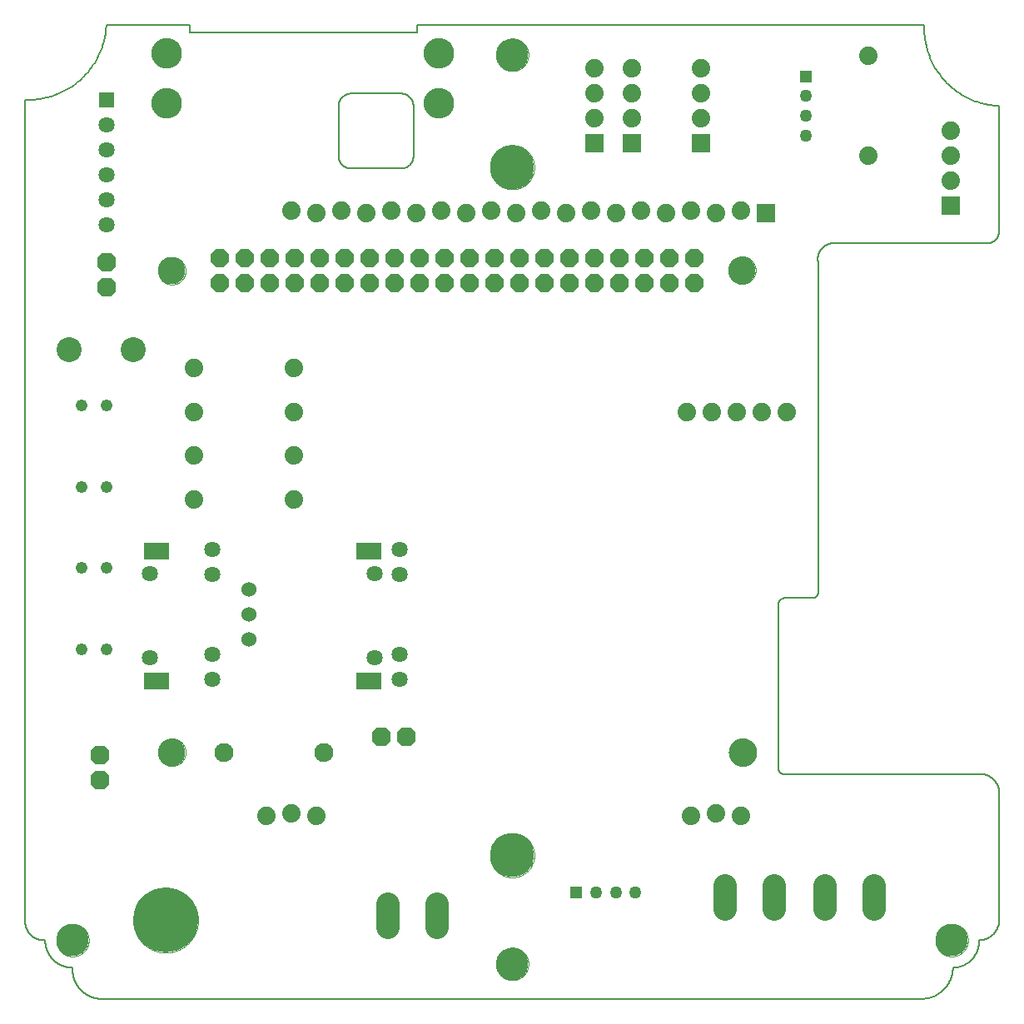
<source format=gbs>
G75*
%MOIN*%
%OFA0B0*%
%FSLAX25Y25*%
%IPPOS*%
%LPD*%
%AMOC8*
5,1,8,0,0,1.08239X$1,22.5*
%
%ADD10C,0.00600*%
%ADD11C,0.00000*%
%ADD12C,0.11000*%
%ADD13C,0.26000*%
%ADD14C,0.17717*%
%ADD15C,0.11811*%
%ADD16C,0.07400*%
%ADD17C,0.04800*%
%ADD18R,0.07400X0.07400*%
%ADD19OC8,0.07400*%
%ADD20C,0.06425*%
%ADD21C,0.09370*%
%ADD22R,0.05000X0.05000*%
%ADD23C,0.05000*%
%ADD24C,0.07600*%
%ADD25OC8,0.07600*%
%ADD26R,0.10000X0.06600*%
%ADD27C,0.13000*%
%ADD28R,0.06425X0.06425*%
%ADD29C,0.06000*%
%ADD30C,0.10000*%
D10*
X0062095Y0042600D02*
X0062095Y0371600D01*
X0062862Y0371579D01*
X0063630Y0371576D01*
X0064397Y0371593D01*
X0065164Y0371628D01*
X0065930Y0371682D01*
X0066694Y0371755D01*
X0067456Y0371846D01*
X0068216Y0371957D01*
X0068972Y0372085D01*
X0069726Y0372233D01*
X0070475Y0372399D01*
X0071220Y0372583D01*
X0071961Y0372785D01*
X0072696Y0373006D01*
X0073425Y0373244D01*
X0074149Y0373500D01*
X0074866Y0373774D01*
X0075576Y0374066D01*
X0076279Y0374375D01*
X0076974Y0374701D01*
X0077660Y0375044D01*
X0078339Y0375403D01*
X0079008Y0375780D01*
X0079667Y0376172D01*
X0080317Y0376581D01*
X0080957Y0377005D01*
X0081586Y0377445D01*
X0082204Y0377900D01*
X0082810Y0378371D01*
X0083405Y0378856D01*
X0083988Y0379355D01*
X0084558Y0379869D01*
X0085116Y0380397D01*
X0085660Y0380938D01*
X0086191Y0381492D01*
X0086709Y0382059D01*
X0087212Y0382639D01*
X0087701Y0383230D01*
X0088175Y0383834D01*
X0088634Y0384449D01*
X0089078Y0385075D01*
X0089506Y0385712D01*
X0089919Y0386359D01*
X0090316Y0387016D01*
X0090696Y0387683D01*
X0091060Y0388359D01*
X0091408Y0389043D01*
X0091738Y0389736D01*
X0092051Y0390437D01*
X0092347Y0391145D01*
X0092626Y0391861D01*
X0092887Y0392582D01*
X0093130Y0393311D01*
X0093355Y0394044D01*
X0093562Y0394783D01*
X0093751Y0395527D01*
X0093921Y0396276D01*
X0094073Y0397028D01*
X0094207Y0397784D01*
X0094322Y0398543D01*
X0094418Y0399304D01*
X0094496Y0400068D01*
X0094555Y0400833D01*
X0094595Y0401600D01*
X0128095Y0401600D01*
X0128095Y0398600D01*
X0219095Y0398600D01*
X0219095Y0401600D01*
X0422095Y0401600D01*
X0422074Y0400845D01*
X0422071Y0400089D01*
X0422087Y0399333D01*
X0422120Y0398578D01*
X0422172Y0397824D01*
X0422242Y0397072D01*
X0422331Y0396321D01*
X0422437Y0395573D01*
X0422561Y0394827D01*
X0422704Y0394085D01*
X0422864Y0393346D01*
X0423042Y0392612D01*
X0423238Y0391882D01*
X0423452Y0391157D01*
X0423682Y0390437D01*
X0423931Y0389724D01*
X0424196Y0389016D01*
X0424478Y0388315D01*
X0424778Y0387621D01*
X0425094Y0386934D01*
X0425426Y0386255D01*
X0425775Y0385585D01*
X0426140Y0384923D01*
X0426520Y0384270D01*
X0426917Y0383627D01*
X0427328Y0382993D01*
X0427755Y0382369D01*
X0428197Y0381756D01*
X0428654Y0381154D01*
X0429125Y0380563D01*
X0429610Y0379984D01*
X0430109Y0379416D01*
X0430622Y0378861D01*
X0431148Y0378318D01*
X0431687Y0377788D01*
X0432238Y0377271D01*
X0432802Y0376768D01*
X0433378Y0376278D01*
X0433965Y0375803D01*
X0434564Y0375342D01*
X0435174Y0374895D01*
X0435794Y0374464D01*
X0436425Y0374047D01*
X0437066Y0373646D01*
X0437716Y0373260D01*
X0438375Y0372891D01*
X0439043Y0372537D01*
X0439719Y0372199D01*
X0440403Y0371878D01*
X0441095Y0371574D01*
X0441794Y0371286D01*
X0442499Y0371016D01*
X0443211Y0370762D01*
X0443929Y0370526D01*
X0444653Y0370307D01*
X0445381Y0370106D01*
X0446114Y0369922D01*
X0446852Y0369756D01*
X0447593Y0369609D01*
X0448337Y0369479D01*
X0449085Y0369367D01*
X0449835Y0369273D01*
X0450587Y0369197D01*
X0451340Y0369139D01*
X0452095Y0369100D01*
X0452095Y0319100D01*
X0452093Y0318960D01*
X0452087Y0318820D01*
X0452077Y0318680D01*
X0452064Y0318540D01*
X0452046Y0318401D01*
X0452024Y0318262D01*
X0451999Y0318125D01*
X0451970Y0317987D01*
X0451937Y0317851D01*
X0451900Y0317716D01*
X0451859Y0317582D01*
X0451814Y0317449D01*
X0451766Y0317317D01*
X0451714Y0317187D01*
X0451659Y0317058D01*
X0451600Y0316931D01*
X0451537Y0316805D01*
X0451471Y0316681D01*
X0451402Y0316560D01*
X0451329Y0316440D01*
X0451252Y0316322D01*
X0451173Y0316207D01*
X0451090Y0316093D01*
X0451004Y0315983D01*
X0450915Y0315874D01*
X0450823Y0315768D01*
X0450728Y0315665D01*
X0450631Y0315564D01*
X0450530Y0315467D01*
X0450427Y0315372D01*
X0450321Y0315280D01*
X0450212Y0315191D01*
X0450102Y0315105D01*
X0449988Y0315022D01*
X0449873Y0314943D01*
X0449755Y0314866D01*
X0449635Y0314793D01*
X0449514Y0314724D01*
X0449390Y0314658D01*
X0449264Y0314595D01*
X0449137Y0314536D01*
X0449008Y0314481D01*
X0448878Y0314429D01*
X0448746Y0314381D01*
X0448613Y0314336D01*
X0448479Y0314295D01*
X0448344Y0314258D01*
X0448208Y0314225D01*
X0448070Y0314196D01*
X0447933Y0314171D01*
X0447794Y0314149D01*
X0447655Y0314131D01*
X0447515Y0314118D01*
X0447375Y0314108D01*
X0447235Y0314102D01*
X0447095Y0314100D01*
X0384595Y0314100D01*
X0384440Y0314067D01*
X0384285Y0314030D01*
X0384131Y0313989D01*
X0383979Y0313945D01*
X0383827Y0313896D01*
X0383677Y0313844D01*
X0383529Y0313788D01*
X0383381Y0313729D01*
X0383235Y0313665D01*
X0383091Y0313598D01*
X0382949Y0313528D01*
X0382808Y0313454D01*
X0382669Y0313377D01*
X0382533Y0313296D01*
X0382398Y0313211D01*
X0382265Y0313124D01*
X0382135Y0313033D01*
X0382007Y0312939D01*
X0381881Y0312842D01*
X0381758Y0312741D01*
X0381637Y0312638D01*
X0381519Y0312531D01*
X0381404Y0312422D01*
X0381291Y0312310D01*
X0381182Y0312195D01*
X0381075Y0312077D01*
X0380971Y0311957D01*
X0380870Y0311834D01*
X0380772Y0311709D01*
X0380677Y0311581D01*
X0380586Y0311451D01*
X0380498Y0311319D01*
X0380413Y0311185D01*
X0380332Y0311048D01*
X0380254Y0310910D01*
X0380179Y0310770D01*
X0380108Y0310627D01*
X0380041Y0310484D01*
X0379977Y0310338D01*
X0379916Y0310191D01*
X0379860Y0310042D01*
X0379807Y0309893D01*
X0379758Y0309741D01*
X0379713Y0309589D01*
X0379671Y0309436D01*
X0379634Y0309281D01*
X0379600Y0309126D01*
X0379570Y0308970D01*
X0379544Y0308813D01*
X0379522Y0308656D01*
X0379504Y0308498D01*
X0379490Y0308339D01*
X0379480Y0308181D01*
X0379473Y0308022D01*
X0379471Y0307863D01*
X0379473Y0307704D01*
X0379478Y0307545D01*
X0379488Y0307387D01*
X0379501Y0307228D01*
X0379519Y0307071D01*
X0379540Y0306913D01*
X0379566Y0306756D01*
X0379595Y0306600D01*
X0379595Y0174100D01*
X0379583Y0174007D01*
X0379567Y0173915D01*
X0379547Y0173824D01*
X0379523Y0173733D01*
X0379496Y0173644D01*
X0379465Y0173555D01*
X0379430Y0173468D01*
X0379392Y0173383D01*
X0379350Y0173299D01*
X0379305Y0173217D01*
X0379257Y0173137D01*
X0379205Y0173059D01*
X0379150Y0172983D01*
X0379092Y0172910D01*
X0379031Y0172839D01*
X0378967Y0172771D01*
X0378900Y0172705D01*
X0378831Y0172642D01*
X0378759Y0172582D01*
X0378685Y0172525D01*
X0378608Y0172471D01*
X0378530Y0172421D01*
X0378449Y0172373D01*
X0378366Y0172330D01*
X0378282Y0172289D01*
X0378196Y0172252D01*
X0378109Y0172219D01*
X0378020Y0172189D01*
X0377930Y0172163D01*
X0377839Y0172141D01*
X0377747Y0172122D01*
X0377655Y0172107D01*
X0377562Y0172096D01*
X0377469Y0172089D01*
X0377375Y0172086D01*
X0377282Y0172087D01*
X0377188Y0172091D01*
X0377095Y0172100D01*
X0366095Y0172100D01*
X0365992Y0172088D01*
X0365890Y0172073D01*
X0365789Y0172054D01*
X0365688Y0172032D01*
X0365588Y0172005D01*
X0365489Y0171975D01*
X0365392Y0171941D01*
X0365296Y0171904D01*
X0365201Y0171863D01*
X0365108Y0171818D01*
X0365016Y0171770D01*
X0364927Y0171719D01*
X0364839Y0171664D01*
X0364754Y0171606D01*
X0364670Y0171545D01*
X0364590Y0171481D01*
X0364511Y0171414D01*
X0364435Y0171344D01*
X0364362Y0171271D01*
X0364292Y0171196D01*
X0364224Y0171118D01*
X0364159Y0171037D01*
X0364098Y0170954D01*
X0364039Y0170869D01*
X0363984Y0170782D01*
X0363932Y0170692D01*
X0363884Y0170601D01*
X0363839Y0170508D01*
X0363797Y0170414D01*
X0363759Y0170318D01*
X0363725Y0170220D01*
X0363694Y0170122D01*
X0363667Y0170022D01*
X0363644Y0169922D01*
X0363624Y0169820D01*
X0363609Y0169718D01*
X0363597Y0169616D01*
X0363589Y0169513D01*
X0363585Y0169409D01*
X0363584Y0169306D01*
X0363588Y0169203D01*
X0363595Y0169100D01*
X0363595Y0104100D01*
X0363597Y0104002D01*
X0363603Y0103904D01*
X0363612Y0103806D01*
X0363626Y0103709D01*
X0363643Y0103612D01*
X0363664Y0103516D01*
X0363689Y0103421D01*
X0363717Y0103327D01*
X0363750Y0103235D01*
X0363785Y0103143D01*
X0363825Y0103053D01*
X0363867Y0102965D01*
X0363914Y0102878D01*
X0363963Y0102794D01*
X0364016Y0102711D01*
X0364072Y0102631D01*
X0364132Y0102552D01*
X0364194Y0102476D01*
X0364259Y0102403D01*
X0364327Y0102332D01*
X0364398Y0102264D01*
X0364471Y0102199D01*
X0364547Y0102137D01*
X0364626Y0102077D01*
X0364706Y0102021D01*
X0364789Y0101968D01*
X0364873Y0101919D01*
X0364960Y0101872D01*
X0365048Y0101830D01*
X0365138Y0101790D01*
X0365230Y0101755D01*
X0365322Y0101722D01*
X0365416Y0101694D01*
X0365511Y0101669D01*
X0365607Y0101648D01*
X0365704Y0101631D01*
X0365801Y0101617D01*
X0365899Y0101608D01*
X0365997Y0101602D01*
X0366095Y0101600D01*
X0444595Y0101600D01*
X0444776Y0101598D01*
X0444957Y0101591D01*
X0445138Y0101580D01*
X0445319Y0101565D01*
X0445499Y0101545D01*
X0445679Y0101521D01*
X0445858Y0101493D01*
X0446036Y0101460D01*
X0446213Y0101423D01*
X0446390Y0101382D01*
X0446565Y0101337D01*
X0446740Y0101287D01*
X0446913Y0101233D01*
X0447084Y0101175D01*
X0447255Y0101113D01*
X0447423Y0101046D01*
X0447590Y0100976D01*
X0447756Y0100902D01*
X0447919Y0100823D01*
X0448080Y0100741D01*
X0448240Y0100655D01*
X0448397Y0100565D01*
X0448552Y0100471D01*
X0448705Y0100374D01*
X0448855Y0100272D01*
X0449003Y0100168D01*
X0449149Y0100059D01*
X0449291Y0099948D01*
X0449431Y0099832D01*
X0449568Y0099714D01*
X0449703Y0099592D01*
X0449834Y0099467D01*
X0449962Y0099339D01*
X0450087Y0099208D01*
X0450209Y0099073D01*
X0450327Y0098936D01*
X0450443Y0098796D01*
X0450554Y0098654D01*
X0450663Y0098508D01*
X0450767Y0098360D01*
X0450869Y0098210D01*
X0450966Y0098057D01*
X0451060Y0097902D01*
X0451150Y0097745D01*
X0451236Y0097585D01*
X0451318Y0097424D01*
X0451397Y0097261D01*
X0451471Y0097095D01*
X0451541Y0096928D01*
X0451608Y0096760D01*
X0451670Y0096589D01*
X0451728Y0096418D01*
X0451782Y0096245D01*
X0451832Y0096070D01*
X0451877Y0095895D01*
X0451918Y0095718D01*
X0451955Y0095541D01*
X0451988Y0095363D01*
X0452016Y0095184D01*
X0452040Y0095004D01*
X0452060Y0094824D01*
X0452075Y0094643D01*
X0452086Y0094462D01*
X0452093Y0094281D01*
X0452095Y0094100D01*
X0452095Y0044100D01*
X0452111Y0043900D01*
X0452122Y0043701D01*
X0452128Y0043500D01*
X0452129Y0043300D01*
X0452125Y0043100D01*
X0452117Y0042900D01*
X0452103Y0042700D01*
X0452085Y0042501D01*
X0452062Y0042302D01*
X0452035Y0042104D01*
X0452002Y0041906D01*
X0451965Y0041710D01*
X0451923Y0041514D01*
X0451876Y0041319D01*
X0451825Y0041126D01*
X0451769Y0040934D01*
X0451708Y0040743D01*
X0451643Y0040554D01*
X0451573Y0040366D01*
X0451499Y0040180D01*
X0451420Y0039996D01*
X0451336Y0039814D01*
X0451249Y0039634D01*
X0451157Y0039456D01*
X0451061Y0039281D01*
X0450960Y0039108D01*
X0450856Y0038937D01*
X0450747Y0038769D01*
X0450634Y0038603D01*
X0450518Y0038441D01*
X0450397Y0038281D01*
X0450273Y0038124D01*
X0450144Y0037970D01*
X0450013Y0037820D01*
X0449877Y0037672D01*
X0449738Y0037528D01*
X0449596Y0037387D01*
X0449450Y0037250D01*
X0449301Y0037116D01*
X0449149Y0036986D01*
X0448993Y0036860D01*
X0448835Y0036738D01*
X0448674Y0036619D01*
X0448510Y0036504D01*
X0448343Y0036394D01*
X0448174Y0036287D01*
X0448002Y0036184D01*
X0447827Y0036086D01*
X0447651Y0035992D01*
X0447472Y0035902D01*
X0447291Y0035817D01*
X0447108Y0035736D01*
X0446923Y0035659D01*
X0446736Y0035587D01*
X0446548Y0035519D01*
X0446358Y0035456D01*
X0446166Y0035398D01*
X0445973Y0035344D01*
X0445779Y0035295D01*
X0445584Y0035251D01*
X0445388Y0035211D01*
X0445191Y0035176D01*
X0444993Y0035146D01*
X0444794Y0035121D01*
X0444595Y0035100D01*
X0444095Y0035100D01*
X0444098Y0034840D01*
X0444095Y0034580D01*
X0444085Y0034321D01*
X0444069Y0034061D01*
X0444047Y0033802D01*
X0444018Y0033544D01*
X0443984Y0033287D01*
X0443943Y0033030D01*
X0443896Y0032774D01*
X0443843Y0032520D01*
X0443783Y0032267D01*
X0443718Y0032016D01*
X0443646Y0031766D01*
X0443569Y0031518D01*
X0443485Y0031272D01*
X0443396Y0031028D01*
X0443300Y0030786D01*
X0443199Y0030547D01*
X0443092Y0030310D01*
X0442980Y0030076D01*
X0442862Y0029844D01*
X0442738Y0029616D01*
X0442609Y0029390D01*
X0442474Y0029168D01*
X0442334Y0028949D01*
X0442189Y0028734D01*
X0442039Y0028522D01*
X0441883Y0028313D01*
X0441723Y0028109D01*
X0441557Y0027908D01*
X0441387Y0027712D01*
X0441212Y0027520D01*
X0441033Y0027332D01*
X0440849Y0027148D01*
X0440661Y0026969D01*
X0440468Y0026795D01*
X0440271Y0026625D01*
X0440071Y0026460D01*
X0439866Y0026300D01*
X0439657Y0026145D01*
X0439445Y0025995D01*
X0439230Y0025850D01*
X0439010Y0025710D01*
X0438788Y0025576D01*
X0438562Y0025447D01*
X0438333Y0025324D01*
X0438102Y0025206D01*
X0437867Y0025094D01*
X0437630Y0024988D01*
X0437391Y0024887D01*
X0437149Y0024792D01*
X0436905Y0024703D01*
X0436659Y0024620D01*
X0436410Y0024543D01*
X0436160Y0024472D01*
X0435909Y0024407D01*
X0435656Y0024348D01*
X0435401Y0024295D01*
X0435146Y0024249D01*
X0434889Y0024208D01*
X0434631Y0024174D01*
X0434373Y0024146D01*
X0434114Y0024125D01*
X0433855Y0024109D01*
X0433595Y0024100D01*
X0433585Y0023792D01*
X0433568Y0023484D01*
X0433543Y0023177D01*
X0433511Y0022871D01*
X0433471Y0022565D01*
X0433425Y0022260D01*
X0433370Y0021957D01*
X0433309Y0021655D01*
X0433240Y0021355D01*
X0433164Y0021056D01*
X0433081Y0020759D01*
X0432991Y0020465D01*
X0432893Y0020172D01*
X0432789Y0019883D01*
X0432677Y0019595D01*
X0432559Y0019311D01*
X0432434Y0019029D01*
X0432302Y0018751D01*
X0432163Y0018475D01*
X0432018Y0018204D01*
X0431866Y0017935D01*
X0431708Y0017671D01*
X0431543Y0017410D01*
X0431373Y0017154D01*
X0431196Y0016902D01*
X0431013Y0016654D01*
X0430824Y0016410D01*
X0430629Y0016172D01*
X0430428Y0015937D01*
X0430222Y0015708D01*
X0430011Y0015484D01*
X0429794Y0015265D01*
X0429572Y0015052D01*
X0429345Y0014844D01*
X0429112Y0014641D01*
X0428875Y0014444D01*
X0428634Y0014253D01*
X0428387Y0014068D01*
X0428137Y0013888D01*
X0427882Y0013715D01*
X0427623Y0013548D01*
X0427360Y0013388D01*
X0427093Y0013234D01*
X0426823Y0013086D01*
X0426549Y0012945D01*
X0426271Y0012810D01*
X0425991Y0012682D01*
X0425708Y0012561D01*
X0425421Y0012447D01*
X0425132Y0012340D01*
X0424841Y0012240D01*
X0424547Y0012147D01*
X0424251Y0012061D01*
X0423953Y0011983D01*
X0423653Y0011911D01*
X0423352Y0011847D01*
X0423049Y0011790D01*
X0422745Y0011740D01*
X0422440Y0011698D01*
X0422134Y0011663D01*
X0421827Y0011636D01*
X0421519Y0011616D01*
X0421211Y0011603D01*
X0420903Y0011598D01*
X0420595Y0011600D01*
X0092095Y0011600D01*
X0091811Y0011621D01*
X0091528Y0011650D01*
X0091246Y0011685D01*
X0090964Y0011727D01*
X0090684Y0011776D01*
X0090405Y0011832D01*
X0090127Y0011894D01*
X0089851Y0011963D01*
X0089577Y0012039D01*
X0089305Y0012121D01*
X0089035Y0012210D01*
X0088766Y0012305D01*
X0088501Y0012407D01*
X0088238Y0012515D01*
X0087977Y0012629D01*
X0087719Y0012750D01*
X0087465Y0012877D01*
X0087213Y0013010D01*
X0086965Y0013149D01*
X0086720Y0013294D01*
X0086479Y0013445D01*
X0086242Y0013602D01*
X0086008Y0013764D01*
X0085778Y0013932D01*
X0085553Y0014106D01*
X0085332Y0014285D01*
X0085115Y0014469D01*
X0084903Y0014658D01*
X0084695Y0014853D01*
X0084492Y0015052D01*
X0084294Y0015257D01*
X0084101Y0015466D01*
X0083913Y0015679D01*
X0083730Y0015897D01*
X0083553Y0016120D01*
X0083381Y0016346D01*
X0083214Y0016577D01*
X0083053Y0016812D01*
X0082898Y0017050D01*
X0082749Y0017292D01*
X0082605Y0017538D01*
X0082468Y0017787D01*
X0082337Y0018040D01*
X0082211Y0018295D01*
X0082092Y0018554D01*
X0081980Y0018815D01*
X0081873Y0019079D01*
X0081773Y0019345D01*
X0081680Y0019614D01*
X0081593Y0019885D01*
X0081512Y0020158D01*
X0081438Y0020432D01*
X0081371Y0020709D01*
X0081311Y0020987D01*
X0081257Y0021266D01*
X0081210Y0021547D01*
X0081170Y0021829D01*
X0081136Y0022111D01*
X0081110Y0022394D01*
X0081090Y0022678D01*
X0081077Y0022962D01*
X0081071Y0023247D01*
X0081072Y0023531D01*
X0081080Y0023816D01*
X0081095Y0024100D01*
X0080829Y0024103D01*
X0080564Y0024113D01*
X0080298Y0024129D01*
X0080033Y0024151D01*
X0079769Y0024180D01*
X0079506Y0024215D01*
X0079243Y0024257D01*
X0078982Y0024305D01*
X0078721Y0024359D01*
X0078463Y0024420D01*
X0078205Y0024486D01*
X0077950Y0024559D01*
X0077696Y0024638D01*
X0077444Y0024724D01*
X0077194Y0024815D01*
X0076947Y0024912D01*
X0076702Y0025015D01*
X0076460Y0025124D01*
X0076220Y0025239D01*
X0075983Y0025360D01*
X0075749Y0025486D01*
X0075518Y0025618D01*
X0075291Y0025756D01*
X0075067Y0025899D01*
X0074846Y0026047D01*
X0074629Y0026201D01*
X0074416Y0026360D01*
X0074207Y0026524D01*
X0074002Y0026693D01*
X0073801Y0026866D01*
X0073604Y0027045D01*
X0073411Y0027228D01*
X0073223Y0027416D01*
X0073040Y0027609D01*
X0072861Y0027806D01*
X0072688Y0028007D01*
X0072519Y0028212D01*
X0072355Y0028421D01*
X0072196Y0028634D01*
X0072042Y0028851D01*
X0071894Y0029072D01*
X0071751Y0029296D01*
X0071613Y0029523D01*
X0071481Y0029754D01*
X0071355Y0029988D01*
X0071234Y0030225D01*
X0071119Y0030465D01*
X0071010Y0030707D01*
X0070907Y0030952D01*
X0070810Y0031199D01*
X0070719Y0031449D01*
X0070633Y0031701D01*
X0070554Y0031955D01*
X0070481Y0032210D01*
X0070415Y0032468D01*
X0070354Y0032726D01*
X0070300Y0032987D01*
X0070252Y0033248D01*
X0070210Y0033511D01*
X0070175Y0033774D01*
X0070146Y0034038D01*
X0070124Y0034303D01*
X0070108Y0034569D01*
X0070098Y0034834D01*
X0070095Y0035100D01*
X0069595Y0035100D01*
X0069414Y0035102D01*
X0069233Y0035109D01*
X0069052Y0035120D01*
X0068871Y0035135D01*
X0068691Y0035155D01*
X0068511Y0035179D01*
X0068332Y0035207D01*
X0068154Y0035240D01*
X0067977Y0035277D01*
X0067800Y0035318D01*
X0067625Y0035363D01*
X0067450Y0035413D01*
X0067277Y0035467D01*
X0067106Y0035525D01*
X0066935Y0035587D01*
X0066767Y0035654D01*
X0066600Y0035724D01*
X0066434Y0035798D01*
X0066271Y0035877D01*
X0066110Y0035959D01*
X0065950Y0036045D01*
X0065793Y0036135D01*
X0065638Y0036229D01*
X0065485Y0036326D01*
X0065335Y0036428D01*
X0065187Y0036532D01*
X0065041Y0036641D01*
X0064899Y0036752D01*
X0064759Y0036868D01*
X0064622Y0036986D01*
X0064487Y0037108D01*
X0064356Y0037233D01*
X0064228Y0037361D01*
X0064103Y0037492D01*
X0063981Y0037627D01*
X0063863Y0037764D01*
X0063747Y0037904D01*
X0063636Y0038046D01*
X0063527Y0038192D01*
X0063423Y0038340D01*
X0063321Y0038490D01*
X0063224Y0038643D01*
X0063130Y0038798D01*
X0063040Y0038955D01*
X0062954Y0039115D01*
X0062872Y0039276D01*
X0062793Y0039439D01*
X0062719Y0039605D01*
X0062649Y0039772D01*
X0062582Y0039940D01*
X0062520Y0040111D01*
X0062462Y0040282D01*
X0062408Y0040455D01*
X0062358Y0040630D01*
X0062313Y0040805D01*
X0062272Y0040982D01*
X0062235Y0041159D01*
X0062202Y0041337D01*
X0062174Y0041516D01*
X0062150Y0041696D01*
X0062130Y0041876D01*
X0062115Y0042057D01*
X0062104Y0042238D01*
X0062097Y0042419D01*
X0062095Y0042600D01*
X0192595Y0344100D02*
X0212595Y0344100D01*
X0212735Y0344102D01*
X0212875Y0344108D01*
X0213015Y0344118D01*
X0213155Y0344131D01*
X0213294Y0344149D01*
X0213433Y0344171D01*
X0213570Y0344196D01*
X0213708Y0344225D01*
X0213844Y0344258D01*
X0213979Y0344295D01*
X0214113Y0344336D01*
X0214246Y0344381D01*
X0214378Y0344429D01*
X0214508Y0344481D01*
X0214637Y0344536D01*
X0214764Y0344595D01*
X0214890Y0344658D01*
X0215014Y0344724D01*
X0215135Y0344793D01*
X0215255Y0344866D01*
X0215373Y0344943D01*
X0215488Y0345022D01*
X0215602Y0345105D01*
X0215712Y0345191D01*
X0215821Y0345280D01*
X0215927Y0345372D01*
X0216030Y0345467D01*
X0216131Y0345564D01*
X0216228Y0345665D01*
X0216323Y0345768D01*
X0216415Y0345874D01*
X0216504Y0345983D01*
X0216590Y0346093D01*
X0216673Y0346207D01*
X0216752Y0346322D01*
X0216829Y0346440D01*
X0216902Y0346560D01*
X0216971Y0346681D01*
X0217037Y0346805D01*
X0217100Y0346931D01*
X0217159Y0347058D01*
X0217214Y0347187D01*
X0217266Y0347317D01*
X0217314Y0347449D01*
X0217359Y0347582D01*
X0217400Y0347716D01*
X0217437Y0347851D01*
X0217470Y0347987D01*
X0217499Y0348125D01*
X0217524Y0348262D01*
X0217546Y0348401D01*
X0217564Y0348540D01*
X0217577Y0348680D01*
X0217587Y0348820D01*
X0217593Y0348960D01*
X0217595Y0349100D01*
X0217595Y0369100D01*
X0217593Y0369240D01*
X0217587Y0369380D01*
X0217577Y0369520D01*
X0217564Y0369660D01*
X0217546Y0369799D01*
X0217524Y0369938D01*
X0217499Y0370075D01*
X0217470Y0370213D01*
X0217437Y0370349D01*
X0217400Y0370484D01*
X0217359Y0370618D01*
X0217314Y0370751D01*
X0217266Y0370883D01*
X0217214Y0371013D01*
X0217159Y0371142D01*
X0217100Y0371269D01*
X0217037Y0371395D01*
X0216971Y0371519D01*
X0216902Y0371640D01*
X0216829Y0371760D01*
X0216752Y0371878D01*
X0216673Y0371993D01*
X0216590Y0372107D01*
X0216504Y0372217D01*
X0216415Y0372326D01*
X0216323Y0372432D01*
X0216228Y0372535D01*
X0216131Y0372636D01*
X0216030Y0372733D01*
X0215927Y0372828D01*
X0215821Y0372920D01*
X0215712Y0373009D01*
X0215602Y0373095D01*
X0215488Y0373178D01*
X0215373Y0373257D01*
X0215255Y0373334D01*
X0215135Y0373407D01*
X0215014Y0373476D01*
X0214890Y0373542D01*
X0214764Y0373605D01*
X0214637Y0373664D01*
X0214508Y0373719D01*
X0214378Y0373771D01*
X0214246Y0373819D01*
X0214113Y0373864D01*
X0213979Y0373905D01*
X0213844Y0373942D01*
X0213708Y0373975D01*
X0213570Y0374004D01*
X0213433Y0374029D01*
X0213294Y0374051D01*
X0213155Y0374069D01*
X0213015Y0374082D01*
X0212875Y0374092D01*
X0212735Y0374098D01*
X0212595Y0374100D01*
X0192595Y0374100D01*
X0192455Y0374098D01*
X0192315Y0374092D01*
X0192175Y0374082D01*
X0192035Y0374069D01*
X0191896Y0374051D01*
X0191757Y0374029D01*
X0191620Y0374004D01*
X0191482Y0373975D01*
X0191346Y0373942D01*
X0191211Y0373905D01*
X0191077Y0373864D01*
X0190944Y0373819D01*
X0190812Y0373771D01*
X0190682Y0373719D01*
X0190553Y0373664D01*
X0190426Y0373605D01*
X0190300Y0373542D01*
X0190176Y0373476D01*
X0190055Y0373407D01*
X0189935Y0373334D01*
X0189817Y0373257D01*
X0189702Y0373178D01*
X0189588Y0373095D01*
X0189478Y0373009D01*
X0189369Y0372920D01*
X0189263Y0372828D01*
X0189160Y0372733D01*
X0189059Y0372636D01*
X0188962Y0372535D01*
X0188867Y0372432D01*
X0188775Y0372326D01*
X0188686Y0372217D01*
X0188600Y0372107D01*
X0188517Y0371993D01*
X0188438Y0371878D01*
X0188361Y0371760D01*
X0188288Y0371640D01*
X0188219Y0371519D01*
X0188153Y0371395D01*
X0188090Y0371269D01*
X0188031Y0371142D01*
X0187976Y0371013D01*
X0187924Y0370883D01*
X0187876Y0370751D01*
X0187831Y0370618D01*
X0187790Y0370484D01*
X0187753Y0370349D01*
X0187720Y0370213D01*
X0187691Y0370075D01*
X0187666Y0369938D01*
X0187644Y0369799D01*
X0187626Y0369660D01*
X0187613Y0369520D01*
X0187603Y0369380D01*
X0187597Y0369240D01*
X0187595Y0369100D01*
X0187595Y0349100D01*
X0187597Y0348960D01*
X0187603Y0348820D01*
X0187613Y0348680D01*
X0187626Y0348540D01*
X0187644Y0348401D01*
X0187666Y0348262D01*
X0187691Y0348125D01*
X0187720Y0347987D01*
X0187753Y0347851D01*
X0187790Y0347716D01*
X0187831Y0347582D01*
X0187876Y0347449D01*
X0187924Y0347317D01*
X0187976Y0347187D01*
X0188031Y0347058D01*
X0188090Y0346931D01*
X0188153Y0346805D01*
X0188219Y0346681D01*
X0188288Y0346560D01*
X0188361Y0346440D01*
X0188438Y0346322D01*
X0188517Y0346207D01*
X0188600Y0346093D01*
X0188686Y0345983D01*
X0188775Y0345874D01*
X0188867Y0345768D01*
X0188962Y0345665D01*
X0189059Y0345564D01*
X0189160Y0345467D01*
X0189263Y0345372D01*
X0189369Y0345280D01*
X0189478Y0345191D01*
X0189588Y0345105D01*
X0189702Y0345022D01*
X0189817Y0344943D01*
X0189935Y0344866D01*
X0190055Y0344793D01*
X0190176Y0344724D01*
X0190300Y0344658D01*
X0190426Y0344595D01*
X0190553Y0344536D01*
X0190682Y0344481D01*
X0190812Y0344429D01*
X0190944Y0344381D01*
X0191077Y0344336D01*
X0191211Y0344295D01*
X0191346Y0344258D01*
X0191482Y0344225D01*
X0191620Y0344196D01*
X0191757Y0344171D01*
X0191896Y0344149D01*
X0192035Y0344131D01*
X0192175Y0344118D01*
X0192315Y0344108D01*
X0192455Y0344102D01*
X0192595Y0344100D01*
D11*
X0221689Y0370350D02*
X0221691Y0370503D01*
X0221697Y0370657D01*
X0221707Y0370810D01*
X0221721Y0370962D01*
X0221739Y0371115D01*
X0221761Y0371266D01*
X0221786Y0371417D01*
X0221816Y0371568D01*
X0221850Y0371718D01*
X0221887Y0371866D01*
X0221928Y0372014D01*
X0221973Y0372160D01*
X0222022Y0372306D01*
X0222075Y0372450D01*
X0222131Y0372592D01*
X0222191Y0372733D01*
X0222255Y0372873D01*
X0222322Y0373011D01*
X0222393Y0373147D01*
X0222468Y0373281D01*
X0222545Y0373413D01*
X0222627Y0373543D01*
X0222711Y0373671D01*
X0222799Y0373797D01*
X0222890Y0373920D01*
X0222984Y0374041D01*
X0223082Y0374159D01*
X0223182Y0374275D01*
X0223286Y0374388D01*
X0223392Y0374499D01*
X0223501Y0374607D01*
X0223613Y0374712D01*
X0223727Y0374813D01*
X0223845Y0374912D01*
X0223964Y0375008D01*
X0224086Y0375101D01*
X0224211Y0375190D01*
X0224338Y0375277D01*
X0224467Y0375359D01*
X0224598Y0375439D01*
X0224731Y0375515D01*
X0224866Y0375588D01*
X0225003Y0375657D01*
X0225142Y0375722D01*
X0225282Y0375784D01*
X0225424Y0375842D01*
X0225567Y0375897D01*
X0225712Y0375948D01*
X0225858Y0375995D01*
X0226005Y0376038D01*
X0226153Y0376077D01*
X0226302Y0376113D01*
X0226452Y0376144D01*
X0226603Y0376172D01*
X0226754Y0376196D01*
X0226907Y0376216D01*
X0227059Y0376232D01*
X0227212Y0376244D01*
X0227365Y0376252D01*
X0227518Y0376256D01*
X0227672Y0376256D01*
X0227825Y0376252D01*
X0227978Y0376244D01*
X0228131Y0376232D01*
X0228283Y0376216D01*
X0228436Y0376196D01*
X0228587Y0376172D01*
X0228738Y0376144D01*
X0228888Y0376113D01*
X0229037Y0376077D01*
X0229185Y0376038D01*
X0229332Y0375995D01*
X0229478Y0375948D01*
X0229623Y0375897D01*
X0229766Y0375842D01*
X0229908Y0375784D01*
X0230048Y0375722D01*
X0230187Y0375657D01*
X0230324Y0375588D01*
X0230459Y0375515D01*
X0230592Y0375439D01*
X0230723Y0375359D01*
X0230852Y0375277D01*
X0230979Y0375190D01*
X0231104Y0375101D01*
X0231226Y0375008D01*
X0231345Y0374912D01*
X0231463Y0374813D01*
X0231577Y0374712D01*
X0231689Y0374607D01*
X0231798Y0374499D01*
X0231904Y0374388D01*
X0232008Y0374275D01*
X0232108Y0374159D01*
X0232206Y0374041D01*
X0232300Y0373920D01*
X0232391Y0373797D01*
X0232479Y0373671D01*
X0232563Y0373543D01*
X0232645Y0373413D01*
X0232722Y0373281D01*
X0232797Y0373147D01*
X0232868Y0373011D01*
X0232935Y0372873D01*
X0232999Y0372733D01*
X0233059Y0372592D01*
X0233115Y0372450D01*
X0233168Y0372306D01*
X0233217Y0372160D01*
X0233262Y0372014D01*
X0233303Y0371866D01*
X0233340Y0371718D01*
X0233374Y0371568D01*
X0233404Y0371417D01*
X0233429Y0371266D01*
X0233451Y0371115D01*
X0233469Y0370962D01*
X0233483Y0370810D01*
X0233493Y0370657D01*
X0233499Y0370503D01*
X0233501Y0370350D01*
X0233499Y0370197D01*
X0233493Y0370043D01*
X0233483Y0369890D01*
X0233469Y0369738D01*
X0233451Y0369585D01*
X0233429Y0369434D01*
X0233404Y0369283D01*
X0233374Y0369132D01*
X0233340Y0368982D01*
X0233303Y0368834D01*
X0233262Y0368686D01*
X0233217Y0368540D01*
X0233168Y0368394D01*
X0233115Y0368250D01*
X0233059Y0368108D01*
X0232999Y0367967D01*
X0232935Y0367827D01*
X0232868Y0367689D01*
X0232797Y0367553D01*
X0232722Y0367419D01*
X0232645Y0367287D01*
X0232563Y0367157D01*
X0232479Y0367029D01*
X0232391Y0366903D01*
X0232300Y0366780D01*
X0232206Y0366659D01*
X0232108Y0366541D01*
X0232008Y0366425D01*
X0231904Y0366312D01*
X0231798Y0366201D01*
X0231689Y0366093D01*
X0231577Y0365988D01*
X0231463Y0365887D01*
X0231345Y0365788D01*
X0231226Y0365692D01*
X0231104Y0365599D01*
X0230979Y0365510D01*
X0230852Y0365423D01*
X0230723Y0365341D01*
X0230592Y0365261D01*
X0230459Y0365185D01*
X0230324Y0365112D01*
X0230187Y0365043D01*
X0230048Y0364978D01*
X0229908Y0364916D01*
X0229766Y0364858D01*
X0229623Y0364803D01*
X0229478Y0364752D01*
X0229332Y0364705D01*
X0229185Y0364662D01*
X0229037Y0364623D01*
X0228888Y0364587D01*
X0228738Y0364556D01*
X0228587Y0364528D01*
X0228436Y0364504D01*
X0228283Y0364484D01*
X0228131Y0364468D01*
X0227978Y0364456D01*
X0227825Y0364448D01*
X0227672Y0364444D01*
X0227518Y0364444D01*
X0227365Y0364448D01*
X0227212Y0364456D01*
X0227059Y0364468D01*
X0226907Y0364484D01*
X0226754Y0364504D01*
X0226603Y0364528D01*
X0226452Y0364556D01*
X0226302Y0364587D01*
X0226153Y0364623D01*
X0226005Y0364662D01*
X0225858Y0364705D01*
X0225712Y0364752D01*
X0225567Y0364803D01*
X0225424Y0364858D01*
X0225282Y0364916D01*
X0225142Y0364978D01*
X0225003Y0365043D01*
X0224866Y0365112D01*
X0224731Y0365185D01*
X0224598Y0365261D01*
X0224467Y0365341D01*
X0224338Y0365423D01*
X0224211Y0365510D01*
X0224086Y0365599D01*
X0223964Y0365692D01*
X0223845Y0365788D01*
X0223727Y0365887D01*
X0223613Y0365988D01*
X0223501Y0366093D01*
X0223392Y0366201D01*
X0223286Y0366312D01*
X0223182Y0366425D01*
X0223082Y0366541D01*
X0222984Y0366659D01*
X0222890Y0366780D01*
X0222799Y0366903D01*
X0222711Y0367029D01*
X0222627Y0367157D01*
X0222545Y0367287D01*
X0222468Y0367419D01*
X0222393Y0367553D01*
X0222322Y0367689D01*
X0222255Y0367827D01*
X0222191Y0367967D01*
X0222131Y0368108D01*
X0222075Y0368250D01*
X0222022Y0368394D01*
X0221973Y0368540D01*
X0221928Y0368686D01*
X0221887Y0368834D01*
X0221850Y0368982D01*
X0221816Y0369132D01*
X0221786Y0369283D01*
X0221761Y0369434D01*
X0221739Y0369585D01*
X0221721Y0369738D01*
X0221707Y0369890D01*
X0221697Y0370043D01*
X0221691Y0370197D01*
X0221689Y0370350D01*
X0221689Y0390350D02*
X0221691Y0390503D01*
X0221697Y0390657D01*
X0221707Y0390810D01*
X0221721Y0390962D01*
X0221739Y0391115D01*
X0221761Y0391266D01*
X0221786Y0391417D01*
X0221816Y0391568D01*
X0221850Y0391718D01*
X0221887Y0391866D01*
X0221928Y0392014D01*
X0221973Y0392160D01*
X0222022Y0392306D01*
X0222075Y0392450D01*
X0222131Y0392592D01*
X0222191Y0392733D01*
X0222255Y0392873D01*
X0222322Y0393011D01*
X0222393Y0393147D01*
X0222468Y0393281D01*
X0222545Y0393413D01*
X0222627Y0393543D01*
X0222711Y0393671D01*
X0222799Y0393797D01*
X0222890Y0393920D01*
X0222984Y0394041D01*
X0223082Y0394159D01*
X0223182Y0394275D01*
X0223286Y0394388D01*
X0223392Y0394499D01*
X0223501Y0394607D01*
X0223613Y0394712D01*
X0223727Y0394813D01*
X0223845Y0394912D01*
X0223964Y0395008D01*
X0224086Y0395101D01*
X0224211Y0395190D01*
X0224338Y0395277D01*
X0224467Y0395359D01*
X0224598Y0395439D01*
X0224731Y0395515D01*
X0224866Y0395588D01*
X0225003Y0395657D01*
X0225142Y0395722D01*
X0225282Y0395784D01*
X0225424Y0395842D01*
X0225567Y0395897D01*
X0225712Y0395948D01*
X0225858Y0395995D01*
X0226005Y0396038D01*
X0226153Y0396077D01*
X0226302Y0396113D01*
X0226452Y0396144D01*
X0226603Y0396172D01*
X0226754Y0396196D01*
X0226907Y0396216D01*
X0227059Y0396232D01*
X0227212Y0396244D01*
X0227365Y0396252D01*
X0227518Y0396256D01*
X0227672Y0396256D01*
X0227825Y0396252D01*
X0227978Y0396244D01*
X0228131Y0396232D01*
X0228283Y0396216D01*
X0228436Y0396196D01*
X0228587Y0396172D01*
X0228738Y0396144D01*
X0228888Y0396113D01*
X0229037Y0396077D01*
X0229185Y0396038D01*
X0229332Y0395995D01*
X0229478Y0395948D01*
X0229623Y0395897D01*
X0229766Y0395842D01*
X0229908Y0395784D01*
X0230048Y0395722D01*
X0230187Y0395657D01*
X0230324Y0395588D01*
X0230459Y0395515D01*
X0230592Y0395439D01*
X0230723Y0395359D01*
X0230852Y0395277D01*
X0230979Y0395190D01*
X0231104Y0395101D01*
X0231226Y0395008D01*
X0231345Y0394912D01*
X0231463Y0394813D01*
X0231577Y0394712D01*
X0231689Y0394607D01*
X0231798Y0394499D01*
X0231904Y0394388D01*
X0232008Y0394275D01*
X0232108Y0394159D01*
X0232206Y0394041D01*
X0232300Y0393920D01*
X0232391Y0393797D01*
X0232479Y0393671D01*
X0232563Y0393543D01*
X0232645Y0393413D01*
X0232722Y0393281D01*
X0232797Y0393147D01*
X0232868Y0393011D01*
X0232935Y0392873D01*
X0232999Y0392733D01*
X0233059Y0392592D01*
X0233115Y0392450D01*
X0233168Y0392306D01*
X0233217Y0392160D01*
X0233262Y0392014D01*
X0233303Y0391866D01*
X0233340Y0391718D01*
X0233374Y0391568D01*
X0233404Y0391417D01*
X0233429Y0391266D01*
X0233451Y0391115D01*
X0233469Y0390962D01*
X0233483Y0390810D01*
X0233493Y0390657D01*
X0233499Y0390503D01*
X0233501Y0390350D01*
X0233499Y0390197D01*
X0233493Y0390043D01*
X0233483Y0389890D01*
X0233469Y0389738D01*
X0233451Y0389585D01*
X0233429Y0389434D01*
X0233404Y0389283D01*
X0233374Y0389132D01*
X0233340Y0388982D01*
X0233303Y0388834D01*
X0233262Y0388686D01*
X0233217Y0388540D01*
X0233168Y0388394D01*
X0233115Y0388250D01*
X0233059Y0388108D01*
X0232999Y0387967D01*
X0232935Y0387827D01*
X0232868Y0387689D01*
X0232797Y0387553D01*
X0232722Y0387419D01*
X0232645Y0387287D01*
X0232563Y0387157D01*
X0232479Y0387029D01*
X0232391Y0386903D01*
X0232300Y0386780D01*
X0232206Y0386659D01*
X0232108Y0386541D01*
X0232008Y0386425D01*
X0231904Y0386312D01*
X0231798Y0386201D01*
X0231689Y0386093D01*
X0231577Y0385988D01*
X0231463Y0385887D01*
X0231345Y0385788D01*
X0231226Y0385692D01*
X0231104Y0385599D01*
X0230979Y0385510D01*
X0230852Y0385423D01*
X0230723Y0385341D01*
X0230592Y0385261D01*
X0230459Y0385185D01*
X0230324Y0385112D01*
X0230187Y0385043D01*
X0230048Y0384978D01*
X0229908Y0384916D01*
X0229766Y0384858D01*
X0229623Y0384803D01*
X0229478Y0384752D01*
X0229332Y0384705D01*
X0229185Y0384662D01*
X0229037Y0384623D01*
X0228888Y0384587D01*
X0228738Y0384556D01*
X0228587Y0384528D01*
X0228436Y0384504D01*
X0228283Y0384484D01*
X0228131Y0384468D01*
X0227978Y0384456D01*
X0227825Y0384448D01*
X0227672Y0384444D01*
X0227518Y0384444D01*
X0227365Y0384448D01*
X0227212Y0384456D01*
X0227059Y0384468D01*
X0226907Y0384484D01*
X0226754Y0384504D01*
X0226603Y0384528D01*
X0226452Y0384556D01*
X0226302Y0384587D01*
X0226153Y0384623D01*
X0226005Y0384662D01*
X0225858Y0384705D01*
X0225712Y0384752D01*
X0225567Y0384803D01*
X0225424Y0384858D01*
X0225282Y0384916D01*
X0225142Y0384978D01*
X0225003Y0385043D01*
X0224866Y0385112D01*
X0224731Y0385185D01*
X0224598Y0385261D01*
X0224467Y0385341D01*
X0224338Y0385423D01*
X0224211Y0385510D01*
X0224086Y0385599D01*
X0223964Y0385692D01*
X0223845Y0385788D01*
X0223727Y0385887D01*
X0223613Y0385988D01*
X0223501Y0386093D01*
X0223392Y0386201D01*
X0223286Y0386312D01*
X0223182Y0386425D01*
X0223082Y0386541D01*
X0222984Y0386659D01*
X0222890Y0386780D01*
X0222799Y0386903D01*
X0222711Y0387029D01*
X0222627Y0387157D01*
X0222545Y0387287D01*
X0222468Y0387419D01*
X0222393Y0387553D01*
X0222322Y0387689D01*
X0222255Y0387827D01*
X0222191Y0387967D01*
X0222131Y0388108D01*
X0222075Y0388250D01*
X0222022Y0388394D01*
X0221973Y0388540D01*
X0221928Y0388686D01*
X0221887Y0388834D01*
X0221850Y0388982D01*
X0221816Y0389132D01*
X0221786Y0389283D01*
X0221761Y0389434D01*
X0221739Y0389585D01*
X0221721Y0389738D01*
X0221707Y0389890D01*
X0221697Y0390043D01*
X0221691Y0390197D01*
X0221689Y0390350D01*
X0250595Y0389600D02*
X0250597Y0389761D01*
X0250603Y0389921D01*
X0250613Y0390082D01*
X0250627Y0390242D01*
X0250645Y0390402D01*
X0250666Y0390561D01*
X0250692Y0390720D01*
X0250722Y0390878D01*
X0250755Y0391035D01*
X0250793Y0391192D01*
X0250834Y0391347D01*
X0250879Y0391501D01*
X0250928Y0391654D01*
X0250981Y0391806D01*
X0251037Y0391957D01*
X0251098Y0392106D01*
X0251161Y0392254D01*
X0251229Y0392400D01*
X0251300Y0392544D01*
X0251374Y0392686D01*
X0251452Y0392827D01*
X0251534Y0392965D01*
X0251619Y0393102D01*
X0251707Y0393236D01*
X0251799Y0393368D01*
X0251894Y0393498D01*
X0251992Y0393626D01*
X0252093Y0393751D01*
X0252197Y0393873D01*
X0252304Y0393993D01*
X0252414Y0394110D01*
X0252527Y0394225D01*
X0252643Y0394336D01*
X0252762Y0394445D01*
X0252883Y0394550D01*
X0253007Y0394653D01*
X0253133Y0394753D01*
X0253261Y0394849D01*
X0253392Y0394942D01*
X0253526Y0395032D01*
X0253661Y0395119D01*
X0253799Y0395202D01*
X0253938Y0395282D01*
X0254080Y0395358D01*
X0254223Y0395431D01*
X0254368Y0395500D01*
X0254515Y0395566D01*
X0254663Y0395628D01*
X0254813Y0395686D01*
X0254964Y0395741D01*
X0255117Y0395792D01*
X0255271Y0395839D01*
X0255426Y0395882D01*
X0255582Y0395921D01*
X0255738Y0395957D01*
X0255896Y0395988D01*
X0256054Y0396016D01*
X0256213Y0396040D01*
X0256373Y0396060D01*
X0256533Y0396076D01*
X0256693Y0396088D01*
X0256854Y0396096D01*
X0257015Y0396100D01*
X0257175Y0396100D01*
X0257336Y0396096D01*
X0257497Y0396088D01*
X0257657Y0396076D01*
X0257817Y0396060D01*
X0257977Y0396040D01*
X0258136Y0396016D01*
X0258294Y0395988D01*
X0258452Y0395957D01*
X0258608Y0395921D01*
X0258764Y0395882D01*
X0258919Y0395839D01*
X0259073Y0395792D01*
X0259226Y0395741D01*
X0259377Y0395686D01*
X0259527Y0395628D01*
X0259675Y0395566D01*
X0259822Y0395500D01*
X0259967Y0395431D01*
X0260110Y0395358D01*
X0260252Y0395282D01*
X0260391Y0395202D01*
X0260529Y0395119D01*
X0260664Y0395032D01*
X0260798Y0394942D01*
X0260929Y0394849D01*
X0261057Y0394753D01*
X0261183Y0394653D01*
X0261307Y0394550D01*
X0261428Y0394445D01*
X0261547Y0394336D01*
X0261663Y0394225D01*
X0261776Y0394110D01*
X0261886Y0393993D01*
X0261993Y0393873D01*
X0262097Y0393751D01*
X0262198Y0393626D01*
X0262296Y0393498D01*
X0262391Y0393368D01*
X0262483Y0393236D01*
X0262571Y0393102D01*
X0262656Y0392965D01*
X0262738Y0392827D01*
X0262816Y0392686D01*
X0262890Y0392544D01*
X0262961Y0392400D01*
X0263029Y0392254D01*
X0263092Y0392106D01*
X0263153Y0391957D01*
X0263209Y0391806D01*
X0263262Y0391654D01*
X0263311Y0391501D01*
X0263356Y0391347D01*
X0263397Y0391192D01*
X0263435Y0391035D01*
X0263468Y0390878D01*
X0263498Y0390720D01*
X0263524Y0390561D01*
X0263545Y0390402D01*
X0263563Y0390242D01*
X0263577Y0390082D01*
X0263587Y0389921D01*
X0263593Y0389761D01*
X0263595Y0389600D01*
X0263593Y0389439D01*
X0263587Y0389279D01*
X0263577Y0389118D01*
X0263563Y0388958D01*
X0263545Y0388798D01*
X0263524Y0388639D01*
X0263498Y0388480D01*
X0263468Y0388322D01*
X0263435Y0388165D01*
X0263397Y0388008D01*
X0263356Y0387853D01*
X0263311Y0387699D01*
X0263262Y0387546D01*
X0263209Y0387394D01*
X0263153Y0387243D01*
X0263092Y0387094D01*
X0263029Y0386946D01*
X0262961Y0386800D01*
X0262890Y0386656D01*
X0262816Y0386514D01*
X0262738Y0386373D01*
X0262656Y0386235D01*
X0262571Y0386098D01*
X0262483Y0385964D01*
X0262391Y0385832D01*
X0262296Y0385702D01*
X0262198Y0385574D01*
X0262097Y0385449D01*
X0261993Y0385327D01*
X0261886Y0385207D01*
X0261776Y0385090D01*
X0261663Y0384975D01*
X0261547Y0384864D01*
X0261428Y0384755D01*
X0261307Y0384650D01*
X0261183Y0384547D01*
X0261057Y0384447D01*
X0260929Y0384351D01*
X0260798Y0384258D01*
X0260664Y0384168D01*
X0260529Y0384081D01*
X0260391Y0383998D01*
X0260252Y0383918D01*
X0260110Y0383842D01*
X0259967Y0383769D01*
X0259822Y0383700D01*
X0259675Y0383634D01*
X0259527Y0383572D01*
X0259377Y0383514D01*
X0259226Y0383459D01*
X0259073Y0383408D01*
X0258919Y0383361D01*
X0258764Y0383318D01*
X0258608Y0383279D01*
X0258452Y0383243D01*
X0258294Y0383212D01*
X0258136Y0383184D01*
X0257977Y0383160D01*
X0257817Y0383140D01*
X0257657Y0383124D01*
X0257497Y0383112D01*
X0257336Y0383104D01*
X0257175Y0383100D01*
X0257015Y0383100D01*
X0256854Y0383104D01*
X0256693Y0383112D01*
X0256533Y0383124D01*
X0256373Y0383140D01*
X0256213Y0383160D01*
X0256054Y0383184D01*
X0255896Y0383212D01*
X0255738Y0383243D01*
X0255582Y0383279D01*
X0255426Y0383318D01*
X0255271Y0383361D01*
X0255117Y0383408D01*
X0254964Y0383459D01*
X0254813Y0383514D01*
X0254663Y0383572D01*
X0254515Y0383634D01*
X0254368Y0383700D01*
X0254223Y0383769D01*
X0254080Y0383842D01*
X0253938Y0383918D01*
X0253799Y0383998D01*
X0253661Y0384081D01*
X0253526Y0384168D01*
X0253392Y0384258D01*
X0253261Y0384351D01*
X0253133Y0384447D01*
X0253007Y0384547D01*
X0252883Y0384650D01*
X0252762Y0384755D01*
X0252643Y0384864D01*
X0252527Y0384975D01*
X0252414Y0385090D01*
X0252304Y0385207D01*
X0252197Y0385327D01*
X0252093Y0385449D01*
X0251992Y0385574D01*
X0251894Y0385702D01*
X0251799Y0385832D01*
X0251707Y0385964D01*
X0251619Y0386098D01*
X0251534Y0386235D01*
X0251452Y0386373D01*
X0251374Y0386514D01*
X0251300Y0386656D01*
X0251229Y0386800D01*
X0251161Y0386946D01*
X0251098Y0387094D01*
X0251037Y0387243D01*
X0250981Y0387394D01*
X0250928Y0387546D01*
X0250879Y0387699D01*
X0250834Y0387853D01*
X0250793Y0388008D01*
X0250755Y0388165D01*
X0250722Y0388322D01*
X0250692Y0388480D01*
X0250666Y0388639D01*
X0250645Y0388798D01*
X0250627Y0388958D01*
X0250613Y0389118D01*
X0250603Y0389279D01*
X0250597Y0389439D01*
X0250595Y0389600D01*
X0248237Y0344600D02*
X0248240Y0344817D01*
X0248248Y0345035D01*
X0248261Y0345252D01*
X0248280Y0345468D01*
X0248304Y0345684D01*
X0248333Y0345900D01*
X0248367Y0346114D01*
X0248407Y0346328D01*
X0248452Y0346541D01*
X0248502Y0346752D01*
X0248558Y0346963D01*
X0248618Y0347171D01*
X0248684Y0347379D01*
X0248755Y0347584D01*
X0248831Y0347788D01*
X0248911Y0347990D01*
X0248997Y0348190D01*
X0249087Y0348387D01*
X0249183Y0348583D01*
X0249283Y0348776D01*
X0249388Y0348966D01*
X0249497Y0349154D01*
X0249611Y0349339D01*
X0249730Y0349521D01*
X0249853Y0349701D01*
X0249980Y0349877D01*
X0250112Y0350050D01*
X0250248Y0350219D01*
X0250388Y0350386D01*
X0250532Y0350549D01*
X0250680Y0350708D01*
X0250831Y0350864D01*
X0250987Y0351015D01*
X0251146Y0351163D01*
X0251309Y0351307D01*
X0251476Y0351447D01*
X0251645Y0351583D01*
X0251818Y0351715D01*
X0251994Y0351842D01*
X0252174Y0351965D01*
X0252356Y0352084D01*
X0252541Y0352198D01*
X0252729Y0352307D01*
X0252919Y0352412D01*
X0253112Y0352512D01*
X0253308Y0352608D01*
X0253505Y0352698D01*
X0253705Y0352784D01*
X0253907Y0352864D01*
X0254111Y0352940D01*
X0254316Y0353011D01*
X0254524Y0353077D01*
X0254732Y0353137D01*
X0254943Y0353193D01*
X0255154Y0353243D01*
X0255367Y0353288D01*
X0255581Y0353328D01*
X0255795Y0353362D01*
X0256011Y0353391D01*
X0256227Y0353415D01*
X0256443Y0353434D01*
X0256660Y0353447D01*
X0256878Y0353455D01*
X0257095Y0353458D01*
X0257312Y0353455D01*
X0257530Y0353447D01*
X0257747Y0353434D01*
X0257963Y0353415D01*
X0258179Y0353391D01*
X0258395Y0353362D01*
X0258609Y0353328D01*
X0258823Y0353288D01*
X0259036Y0353243D01*
X0259247Y0353193D01*
X0259458Y0353137D01*
X0259666Y0353077D01*
X0259874Y0353011D01*
X0260079Y0352940D01*
X0260283Y0352864D01*
X0260485Y0352784D01*
X0260685Y0352698D01*
X0260882Y0352608D01*
X0261078Y0352512D01*
X0261271Y0352412D01*
X0261461Y0352307D01*
X0261649Y0352198D01*
X0261834Y0352084D01*
X0262016Y0351965D01*
X0262196Y0351842D01*
X0262372Y0351715D01*
X0262545Y0351583D01*
X0262714Y0351447D01*
X0262881Y0351307D01*
X0263044Y0351163D01*
X0263203Y0351015D01*
X0263359Y0350864D01*
X0263510Y0350708D01*
X0263658Y0350549D01*
X0263802Y0350386D01*
X0263942Y0350219D01*
X0264078Y0350050D01*
X0264210Y0349877D01*
X0264337Y0349701D01*
X0264460Y0349521D01*
X0264579Y0349339D01*
X0264693Y0349154D01*
X0264802Y0348966D01*
X0264907Y0348776D01*
X0265007Y0348583D01*
X0265103Y0348387D01*
X0265193Y0348190D01*
X0265279Y0347990D01*
X0265359Y0347788D01*
X0265435Y0347584D01*
X0265506Y0347379D01*
X0265572Y0347171D01*
X0265632Y0346963D01*
X0265688Y0346752D01*
X0265738Y0346541D01*
X0265783Y0346328D01*
X0265823Y0346114D01*
X0265857Y0345900D01*
X0265886Y0345684D01*
X0265910Y0345468D01*
X0265929Y0345252D01*
X0265942Y0345035D01*
X0265950Y0344817D01*
X0265953Y0344600D01*
X0265950Y0344383D01*
X0265942Y0344165D01*
X0265929Y0343948D01*
X0265910Y0343732D01*
X0265886Y0343516D01*
X0265857Y0343300D01*
X0265823Y0343086D01*
X0265783Y0342872D01*
X0265738Y0342659D01*
X0265688Y0342448D01*
X0265632Y0342237D01*
X0265572Y0342029D01*
X0265506Y0341821D01*
X0265435Y0341616D01*
X0265359Y0341412D01*
X0265279Y0341210D01*
X0265193Y0341010D01*
X0265103Y0340813D01*
X0265007Y0340617D01*
X0264907Y0340424D01*
X0264802Y0340234D01*
X0264693Y0340046D01*
X0264579Y0339861D01*
X0264460Y0339679D01*
X0264337Y0339499D01*
X0264210Y0339323D01*
X0264078Y0339150D01*
X0263942Y0338981D01*
X0263802Y0338814D01*
X0263658Y0338651D01*
X0263510Y0338492D01*
X0263359Y0338336D01*
X0263203Y0338185D01*
X0263044Y0338037D01*
X0262881Y0337893D01*
X0262714Y0337753D01*
X0262545Y0337617D01*
X0262372Y0337485D01*
X0262196Y0337358D01*
X0262016Y0337235D01*
X0261834Y0337116D01*
X0261649Y0337002D01*
X0261461Y0336893D01*
X0261271Y0336788D01*
X0261078Y0336688D01*
X0260882Y0336592D01*
X0260685Y0336502D01*
X0260485Y0336416D01*
X0260283Y0336336D01*
X0260079Y0336260D01*
X0259874Y0336189D01*
X0259666Y0336123D01*
X0259458Y0336063D01*
X0259247Y0336007D01*
X0259036Y0335957D01*
X0258823Y0335912D01*
X0258609Y0335872D01*
X0258395Y0335838D01*
X0258179Y0335809D01*
X0257963Y0335785D01*
X0257747Y0335766D01*
X0257530Y0335753D01*
X0257312Y0335745D01*
X0257095Y0335742D01*
X0256878Y0335745D01*
X0256660Y0335753D01*
X0256443Y0335766D01*
X0256227Y0335785D01*
X0256011Y0335809D01*
X0255795Y0335838D01*
X0255581Y0335872D01*
X0255367Y0335912D01*
X0255154Y0335957D01*
X0254943Y0336007D01*
X0254732Y0336063D01*
X0254524Y0336123D01*
X0254316Y0336189D01*
X0254111Y0336260D01*
X0253907Y0336336D01*
X0253705Y0336416D01*
X0253505Y0336502D01*
X0253308Y0336592D01*
X0253112Y0336688D01*
X0252919Y0336788D01*
X0252729Y0336893D01*
X0252541Y0337002D01*
X0252356Y0337116D01*
X0252174Y0337235D01*
X0251994Y0337358D01*
X0251818Y0337485D01*
X0251645Y0337617D01*
X0251476Y0337753D01*
X0251309Y0337893D01*
X0251146Y0338037D01*
X0250987Y0338185D01*
X0250831Y0338336D01*
X0250680Y0338492D01*
X0250532Y0338651D01*
X0250388Y0338814D01*
X0250248Y0338981D01*
X0250112Y0339150D01*
X0249980Y0339323D01*
X0249853Y0339499D01*
X0249730Y0339679D01*
X0249611Y0339861D01*
X0249497Y0340046D01*
X0249388Y0340234D01*
X0249283Y0340424D01*
X0249183Y0340617D01*
X0249087Y0340813D01*
X0248997Y0341010D01*
X0248911Y0341210D01*
X0248831Y0341412D01*
X0248755Y0341616D01*
X0248684Y0341821D01*
X0248618Y0342029D01*
X0248558Y0342237D01*
X0248502Y0342448D01*
X0248452Y0342659D01*
X0248407Y0342872D01*
X0248367Y0343086D01*
X0248333Y0343300D01*
X0248304Y0343516D01*
X0248280Y0343732D01*
X0248261Y0343948D01*
X0248248Y0344165D01*
X0248240Y0344383D01*
X0248237Y0344600D01*
X0343595Y0303350D02*
X0343597Y0303498D01*
X0343603Y0303646D01*
X0343613Y0303794D01*
X0343627Y0303942D01*
X0343645Y0304089D01*
X0343667Y0304236D01*
X0343693Y0304382D01*
X0343722Y0304527D01*
X0343756Y0304672D01*
X0343794Y0304815D01*
X0343835Y0304958D01*
X0343880Y0305099D01*
X0343930Y0305239D01*
X0343982Y0305377D01*
X0344039Y0305515D01*
X0344099Y0305650D01*
X0344163Y0305784D01*
X0344230Y0305916D01*
X0344301Y0306046D01*
X0344376Y0306175D01*
X0344454Y0306301D01*
X0344535Y0306425D01*
X0344619Y0306547D01*
X0344707Y0306666D01*
X0344798Y0306783D01*
X0344892Y0306898D01*
X0344990Y0307010D01*
X0345090Y0307119D01*
X0345193Y0307226D01*
X0345299Y0307330D01*
X0345407Y0307431D01*
X0345519Y0307529D01*
X0345633Y0307624D01*
X0345749Y0307715D01*
X0345868Y0307804D01*
X0345989Y0307889D01*
X0346113Y0307971D01*
X0346239Y0308050D01*
X0346366Y0308125D01*
X0346496Y0308197D01*
X0346628Y0308266D01*
X0346761Y0308330D01*
X0346896Y0308391D01*
X0347033Y0308449D01*
X0347171Y0308503D01*
X0347311Y0308553D01*
X0347452Y0308599D01*
X0347594Y0308641D01*
X0347737Y0308680D01*
X0347881Y0308714D01*
X0348027Y0308745D01*
X0348172Y0308772D01*
X0348319Y0308795D01*
X0348466Y0308814D01*
X0348614Y0308829D01*
X0348761Y0308840D01*
X0348910Y0308847D01*
X0349058Y0308850D01*
X0349206Y0308849D01*
X0349354Y0308844D01*
X0349502Y0308835D01*
X0349650Y0308822D01*
X0349798Y0308805D01*
X0349944Y0308784D01*
X0350091Y0308759D01*
X0350236Y0308730D01*
X0350381Y0308698D01*
X0350524Y0308661D01*
X0350667Y0308621D01*
X0350809Y0308576D01*
X0350949Y0308528D01*
X0351088Y0308476D01*
X0351225Y0308421D01*
X0351361Y0308361D01*
X0351496Y0308298D01*
X0351628Y0308232D01*
X0351759Y0308162D01*
X0351888Y0308088D01*
X0352014Y0308011D01*
X0352139Y0307931D01*
X0352261Y0307847D01*
X0352382Y0307760D01*
X0352499Y0307670D01*
X0352615Y0307576D01*
X0352727Y0307480D01*
X0352837Y0307381D01*
X0352945Y0307278D01*
X0353049Y0307173D01*
X0353151Y0307065D01*
X0353249Y0306954D01*
X0353345Y0306841D01*
X0353438Y0306725D01*
X0353527Y0306607D01*
X0353613Y0306486D01*
X0353696Y0306363D01*
X0353776Y0306238D01*
X0353852Y0306111D01*
X0353925Y0305981D01*
X0353994Y0305850D01*
X0354059Y0305717D01*
X0354122Y0305583D01*
X0354180Y0305446D01*
X0354235Y0305308D01*
X0354285Y0305169D01*
X0354333Y0305028D01*
X0354376Y0304887D01*
X0354416Y0304744D01*
X0354451Y0304600D01*
X0354483Y0304455D01*
X0354511Y0304309D01*
X0354535Y0304163D01*
X0354555Y0304016D01*
X0354571Y0303868D01*
X0354583Y0303721D01*
X0354591Y0303572D01*
X0354595Y0303424D01*
X0354595Y0303276D01*
X0354591Y0303128D01*
X0354583Y0302979D01*
X0354571Y0302832D01*
X0354555Y0302684D01*
X0354535Y0302537D01*
X0354511Y0302391D01*
X0354483Y0302245D01*
X0354451Y0302100D01*
X0354416Y0301956D01*
X0354376Y0301813D01*
X0354333Y0301672D01*
X0354285Y0301531D01*
X0354235Y0301392D01*
X0354180Y0301254D01*
X0354122Y0301117D01*
X0354059Y0300983D01*
X0353994Y0300850D01*
X0353925Y0300719D01*
X0353852Y0300589D01*
X0353776Y0300462D01*
X0353696Y0300337D01*
X0353613Y0300214D01*
X0353527Y0300093D01*
X0353438Y0299975D01*
X0353345Y0299859D01*
X0353249Y0299746D01*
X0353151Y0299635D01*
X0353049Y0299527D01*
X0352945Y0299422D01*
X0352837Y0299319D01*
X0352727Y0299220D01*
X0352615Y0299124D01*
X0352499Y0299030D01*
X0352382Y0298940D01*
X0352261Y0298853D01*
X0352139Y0298769D01*
X0352014Y0298689D01*
X0351888Y0298612D01*
X0351759Y0298538D01*
X0351628Y0298468D01*
X0351496Y0298402D01*
X0351361Y0298339D01*
X0351225Y0298279D01*
X0351088Y0298224D01*
X0350949Y0298172D01*
X0350809Y0298124D01*
X0350667Y0298079D01*
X0350524Y0298039D01*
X0350381Y0298002D01*
X0350236Y0297970D01*
X0350091Y0297941D01*
X0349944Y0297916D01*
X0349798Y0297895D01*
X0349650Y0297878D01*
X0349502Y0297865D01*
X0349354Y0297856D01*
X0349206Y0297851D01*
X0349058Y0297850D01*
X0348910Y0297853D01*
X0348761Y0297860D01*
X0348614Y0297871D01*
X0348466Y0297886D01*
X0348319Y0297905D01*
X0348172Y0297928D01*
X0348027Y0297955D01*
X0347881Y0297986D01*
X0347737Y0298020D01*
X0347594Y0298059D01*
X0347452Y0298101D01*
X0347311Y0298147D01*
X0347171Y0298197D01*
X0347033Y0298251D01*
X0346896Y0298309D01*
X0346761Y0298370D01*
X0346628Y0298434D01*
X0346496Y0298503D01*
X0346366Y0298575D01*
X0346239Y0298650D01*
X0346113Y0298729D01*
X0345989Y0298811D01*
X0345868Y0298896D01*
X0345749Y0298985D01*
X0345633Y0299076D01*
X0345519Y0299171D01*
X0345407Y0299269D01*
X0345299Y0299370D01*
X0345193Y0299474D01*
X0345090Y0299581D01*
X0344990Y0299690D01*
X0344892Y0299802D01*
X0344798Y0299917D01*
X0344707Y0300034D01*
X0344619Y0300153D01*
X0344535Y0300275D01*
X0344454Y0300399D01*
X0344376Y0300525D01*
X0344301Y0300654D01*
X0344230Y0300784D01*
X0344163Y0300916D01*
X0344099Y0301050D01*
X0344039Y0301185D01*
X0343982Y0301323D01*
X0343930Y0301461D01*
X0343880Y0301601D01*
X0343835Y0301742D01*
X0343794Y0301885D01*
X0343756Y0302028D01*
X0343722Y0302173D01*
X0343693Y0302318D01*
X0343667Y0302464D01*
X0343645Y0302611D01*
X0343627Y0302758D01*
X0343613Y0302906D01*
X0343603Y0303054D01*
X0343597Y0303202D01*
X0343595Y0303350D01*
X0343845Y0110350D02*
X0343847Y0110498D01*
X0343853Y0110646D01*
X0343863Y0110794D01*
X0343877Y0110942D01*
X0343895Y0111089D01*
X0343917Y0111236D01*
X0343943Y0111382D01*
X0343972Y0111527D01*
X0344006Y0111672D01*
X0344044Y0111815D01*
X0344085Y0111958D01*
X0344130Y0112099D01*
X0344180Y0112239D01*
X0344232Y0112377D01*
X0344289Y0112515D01*
X0344349Y0112650D01*
X0344413Y0112784D01*
X0344480Y0112916D01*
X0344551Y0113046D01*
X0344626Y0113175D01*
X0344704Y0113301D01*
X0344785Y0113425D01*
X0344869Y0113547D01*
X0344957Y0113666D01*
X0345048Y0113783D01*
X0345142Y0113898D01*
X0345240Y0114010D01*
X0345340Y0114119D01*
X0345443Y0114226D01*
X0345549Y0114330D01*
X0345657Y0114431D01*
X0345769Y0114529D01*
X0345883Y0114624D01*
X0345999Y0114715D01*
X0346118Y0114804D01*
X0346239Y0114889D01*
X0346363Y0114971D01*
X0346489Y0115050D01*
X0346616Y0115125D01*
X0346746Y0115197D01*
X0346878Y0115266D01*
X0347011Y0115330D01*
X0347146Y0115391D01*
X0347283Y0115449D01*
X0347421Y0115503D01*
X0347561Y0115553D01*
X0347702Y0115599D01*
X0347844Y0115641D01*
X0347987Y0115680D01*
X0348131Y0115714D01*
X0348277Y0115745D01*
X0348422Y0115772D01*
X0348569Y0115795D01*
X0348716Y0115814D01*
X0348864Y0115829D01*
X0349011Y0115840D01*
X0349160Y0115847D01*
X0349308Y0115850D01*
X0349456Y0115849D01*
X0349604Y0115844D01*
X0349752Y0115835D01*
X0349900Y0115822D01*
X0350048Y0115805D01*
X0350194Y0115784D01*
X0350341Y0115759D01*
X0350486Y0115730D01*
X0350631Y0115698D01*
X0350774Y0115661D01*
X0350917Y0115621D01*
X0351059Y0115576D01*
X0351199Y0115528D01*
X0351338Y0115476D01*
X0351475Y0115421D01*
X0351611Y0115361D01*
X0351746Y0115298D01*
X0351878Y0115232D01*
X0352009Y0115162D01*
X0352138Y0115088D01*
X0352264Y0115011D01*
X0352389Y0114931D01*
X0352511Y0114847D01*
X0352632Y0114760D01*
X0352749Y0114670D01*
X0352865Y0114576D01*
X0352977Y0114480D01*
X0353087Y0114381D01*
X0353195Y0114278D01*
X0353299Y0114173D01*
X0353401Y0114065D01*
X0353499Y0113954D01*
X0353595Y0113841D01*
X0353688Y0113725D01*
X0353777Y0113607D01*
X0353863Y0113486D01*
X0353946Y0113363D01*
X0354026Y0113238D01*
X0354102Y0113111D01*
X0354175Y0112981D01*
X0354244Y0112850D01*
X0354309Y0112717D01*
X0354372Y0112583D01*
X0354430Y0112446D01*
X0354485Y0112308D01*
X0354535Y0112169D01*
X0354583Y0112028D01*
X0354626Y0111887D01*
X0354666Y0111744D01*
X0354701Y0111600D01*
X0354733Y0111455D01*
X0354761Y0111309D01*
X0354785Y0111163D01*
X0354805Y0111016D01*
X0354821Y0110868D01*
X0354833Y0110721D01*
X0354841Y0110572D01*
X0354845Y0110424D01*
X0354845Y0110276D01*
X0354841Y0110128D01*
X0354833Y0109979D01*
X0354821Y0109832D01*
X0354805Y0109684D01*
X0354785Y0109537D01*
X0354761Y0109391D01*
X0354733Y0109245D01*
X0354701Y0109100D01*
X0354666Y0108956D01*
X0354626Y0108813D01*
X0354583Y0108672D01*
X0354535Y0108531D01*
X0354485Y0108392D01*
X0354430Y0108254D01*
X0354372Y0108117D01*
X0354309Y0107983D01*
X0354244Y0107850D01*
X0354175Y0107719D01*
X0354102Y0107589D01*
X0354026Y0107462D01*
X0353946Y0107337D01*
X0353863Y0107214D01*
X0353777Y0107093D01*
X0353688Y0106975D01*
X0353595Y0106859D01*
X0353499Y0106746D01*
X0353401Y0106635D01*
X0353299Y0106527D01*
X0353195Y0106422D01*
X0353087Y0106319D01*
X0352977Y0106220D01*
X0352865Y0106124D01*
X0352749Y0106030D01*
X0352632Y0105940D01*
X0352511Y0105853D01*
X0352389Y0105769D01*
X0352264Y0105689D01*
X0352138Y0105612D01*
X0352009Y0105538D01*
X0351878Y0105468D01*
X0351746Y0105402D01*
X0351611Y0105339D01*
X0351475Y0105279D01*
X0351338Y0105224D01*
X0351199Y0105172D01*
X0351059Y0105124D01*
X0350917Y0105079D01*
X0350774Y0105039D01*
X0350631Y0105002D01*
X0350486Y0104970D01*
X0350341Y0104941D01*
X0350194Y0104916D01*
X0350048Y0104895D01*
X0349900Y0104878D01*
X0349752Y0104865D01*
X0349604Y0104856D01*
X0349456Y0104851D01*
X0349308Y0104850D01*
X0349160Y0104853D01*
X0349011Y0104860D01*
X0348864Y0104871D01*
X0348716Y0104886D01*
X0348569Y0104905D01*
X0348422Y0104928D01*
X0348277Y0104955D01*
X0348131Y0104986D01*
X0347987Y0105020D01*
X0347844Y0105059D01*
X0347702Y0105101D01*
X0347561Y0105147D01*
X0347421Y0105197D01*
X0347283Y0105251D01*
X0347146Y0105309D01*
X0347011Y0105370D01*
X0346878Y0105434D01*
X0346746Y0105503D01*
X0346616Y0105575D01*
X0346489Y0105650D01*
X0346363Y0105729D01*
X0346239Y0105811D01*
X0346118Y0105896D01*
X0345999Y0105985D01*
X0345883Y0106076D01*
X0345769Y0106171D01*
X0345657Y0106269D01*
X0345549Y0106370D01*
X0345443Y0106474D01*
X0345340Y0106581D01*
X0345240Y0106690D01*
X0345142Y0106802D01*
X0345048Y0106917D01*
X0344957Y0107034D01*
X0344869Y0107153D01*
X0344785Y0107275D01*
X0344704Y0107399D01*
X0344626Y0107525D01*
X0344551Y0107654D01*
X0344480Y0107784D01*
X0344413Y0107916D01*
X0344349Y0108050D01*
X0344289Y0108185D01*
X0344232Y0108323D01*
X0344180Y0108461D01*
X0344130Y0108601D01*
X0344085Y0108742D01*
X0344044Y0108885D01*
X0344006Y0109028D01*
X0343972Y0109173D01*
X0343943Y0109318D01*
X0343917Y0109464D01*
X0343895Y0109611D01*
X0343877Y0109758D01*
X0343863Y0109906D01*
X0343853Y0110054D01*
X0343847Y0110202D01*
X0343845Y0110350D01*
X0248237Y0069100D02*
X0248240Y0069317D01*
X0248248Y0069535D01*
X0248261Y0069752D01*
X0248280Y0069968D01*
X0248304Y0070184D01*
X0248333Y0070400D01*
X0248367Y0070614D01*
X0248407Y0070828D01*
X0248452Y0071041D01*
X0248502Y0071252D01*
X0248558Y0071463D01*
X0248618Y0071671D01*
X0248684Y0071879D01*
X0248755Y0072084D01*
X0248831Y0072288D01*
X0248911Y0072490D01*
X0248997Y0072690D01*
X0249087Y0072887D01*
X0249183Y0073083D01*
X0249283Y0073276D01*
X0249388Y0073466D01*
X0249497Y0073654D01*
X0249611Y0073839D01*
X0249730Y0074021D01*
X0249853Y0074201D01*
X0249980Y0074377D01*
X0250112Y0074550D01*
X0250248Y0074719D01*
X0250388Y0074886D01*
X0250532Y0075049D01*
X0250680Y0075208D01*
X0250831Y0075364D01*
X0250987Y0075515D01*
X0251146Y0075663D01*
X0251309Y0075807D01*
X0251476Y0075947D01*
X0251645Y0076083D01*
X0251818Y0076215D01*
X0251994Y0076342D01*
X0252174Y0076465D01*
X0252356Y0076584D01*
X0252541Y0076698D01*
X0252729Y0076807D01*
X0252919Y0076912D01*
X0253112Y0077012D01*
X0253308Y0077108D01*
X0253505Y0077198D01*
X0253705Y0077284D01*
X0253907Y0077364D01*
X0254111Y0077440D01*
X0254316Y0077511D01*
X0254524Y0077577D01*
X0254732Y0077637D01*
X0254943Y0077693D01*
X0255154Y0077743D01*
X0255367Y0077788D01*
X0255581Y0077828D01*
X0255795Y0077862D01*
X0256011Y0077891D01*
X0256227Y0077915D01*
X0256443Y0077934D01*
X0256660Y0077947D01*
X0256878Y0077955D01*
X0257095Y0077958D01*
X0257312Y0077955D01*
X0257530Y0077947D01*
X0257747Y0077934D01*
X0257963Y0077915D01*
X0258179Y0077891D01*
X0258395Y0077862D01*
X0258609Y0077828D01*
X0258823Y0077788D01*
X0259036Y0077743D01*
X0259247Y0077693D01*
X0259458Y0077637D01*
X0259666Y0077577D01*
X0259874Y0077511D01*
X0260079Y0077440D01*
X0260283Y0077364D01*
X0260485Y0077284D01*
X0260685Y0077198D01*
X0260882Y0077108D01*
X0261078Y0077012D01*
X0261271Y0076912D01*
X0261461Y0076807D01*
X0261649Y0076698D01*
X0261834Y0076584D01*
X0262016Y0076465D01*
X0262196Y0076342D01*
X0262372Y0076215D01*
X0262545Y0076083D01*
X0262714Y0075947D01*
X0262881Y0075807D01*
X0263044Y0075663D01*
X0263203Y0075515D01*
X0263359Y0075364D01*
X0263510Y0075208D01*
X0263658Y0075049D01*
X0263802Y0074886D01*
X0263942Y0074719D01*
X0264078Y0074550D01*
X0264210Y0074377D01*
X0264337Y0074201D01*
X0264460Y0074021D01*
X0264579Y0073839D01*
X0264693Y0073654D01*
X0264802Y0073466D01*
X0264907Y0073276D01*
X0265007Y0073083D01*
X0265103Y0072887D01*
X0265193Y0072690D01*
X0265279Y0072490D01*
X0265359Y0072288D01*
X0265435Y0072084D01*
X0265506Y0071879D01*
X0265572Y0071671D01*
X0265632Y0071463D01*
X0265688Y0071252D01*
X0265738Y0071041D01*
X0265783Y0070828D01*
X0265823Y0070614D01*
X0265857Y0070400D01*
X0265886Y0070184D01*
X0265910Y0069968D01*
X0265929Y0069752D01*
X0265942Y0069535D01*
X0265950Y0069317D01*
X0265953Y0069100D01*
X0265950Y0068883D01*
X0265942Y0068665D01*
X0265929Y0068448D01*
X0265910Y0068232D01*
X0265886Y0068016D01*
X0265857Y0067800D01*
X0265823Y0067586D01*
X0265783Y0067372D01*
X0265738Y0067159D01*
X0265688Y0066948D01*
X0265632Y0066737D01*
X0265572Y0066529D01*
X0265506Y0066321D01*
X0265435Y0066116D01*
X0265359Y0065912D01*
X0265279Y0065710D01*
X0265193Y0065510D01*
X0265103Y0065313D01*
X0265007Y0065117D01*
X0264907Y0064924D01*
X0264802Y0064734D01*
X0264693Y0064546D01*
X0264579Y0064361D01*
X0264460Y0064179D01*
X0264337Y0063999D01*
X0264210Y0063823D01*
X0264078Y0063650D01*
X0263942Y0063481D01*
X0263802Y0063314D01*
X0263658Y0063151D01*
X0263510Y0062992D01*
X0263359Y0062836D01*
X0263203Y0062685D01*
X0263044Y0062537D01*
X0262881Y0062393D01*
X0262714Y0062253D01*
X0262545Y0062117D01*
X0262372Y0061985D01*
X0262196Y0061858D01*
X0262016Y0061735D01*
X0261834Y0061616D01*
X0261649Y0061502D01*
X0261461Y0061393D01*
X0261271Y0061288D01*
X0261078Y0061188D01*
X0260882Y0061092D01*
X0260685Y0061002D01*
X0260485Y0060916D01*
X0260283Y0060836D01*
X0260079Y0060760D01*
X0259874Y0060689D01*
X0259666Y0060623D01*
X0259458Y0060563D01*
X0259247Y0060507D01*
X0259036Y0060457D01*
X0258823Y0060412D01*
X0258609Y0060372D01*
X0258395Y0060338D01*
X0258179Y0060309D01*
X0257963Y0060285D01*
X0257747Y0060266D01*
X0257530Y0060253D01*
X0257312Y0060245D01*
X0257095Y0060242D01*
X0256878Y0060245D01*
X0256660Y0060253D01*
X0256443Y0060266D01*
X0256227Y0060285D01*
X0256011Y0060309D01*
X0255795Y0060338D01*
X0255581Y0060372D01*
X0255367Y0060412D01*
X0255154Y0060457D01*
X0254943Y0060507D01*
X0254732Y0060563D01*
X0254524Y0060623D01*
X0254316Y0060689D01*
X0254111Y0060760D01*
X0253907Y0060836D01*
X0253705Y0060916D01*
X0253505Y0061002D01*
X0253308Y0061092D01*
X0253112Y0061188D01*
X0252919Y0061288D01*
X0252729Y0061393D01*
X0252541Y0061502D01*
X0252356Y0061616D01*
X0252174Y0061735D01*
X0251994Y0061858D01*
X0251818Y0061985D01*
X0251645Y0062117D01*
X0251476Y0062253D01*
X0251309Y0062393D01*
X0251146Y0062537D01*
X0250987Y0062685D01*
X0250831Y0062836D01*
X0250680Y0062992D01*
X0250532Y0063151D01*
X0250388Y0063314D01*
X0250248Y0063481D01*
X0250112Y0063650D01*
X0249980Y0063823D01*
X0249853Y0063999D01*
X0249730Y0064179D01*
X0249611Y0064361D01*
X0249497Y0064546D01*
X0249388Y0064734D01*
X0249283Y0064924D01*
X0249183Y0065117D01*
X0249087Y0065313D01*
X0248997Y0065510D01*
X0248911Y0065710D01*
X0248831Y0065912D01*
X0248755Y0066116D01*
X0248684Y0066321D01*
X0248618Y0066529D01*
X0248558Y0066737D01*
X0248502Y0066948D01*
X0248452Y0067159D01*
X0248407Y0067372D01*
X0248367Y0067586D01*
X0248333Y0067800D01*
X0248304Y0068016D01*
X0248280Y0068232D01*
X0248261Y0068448D01*
X0248248Y0068665D01*
X0248240Y0068883D01*
X0248237Y0069100D01*
X0250595Y0025600D02*
X0250597Y0025761D01*
X0250603Y0025921D01*
X0250613Y0026082D01*
X0250627Y0026242D01*
X0250645Y0026402D01*
X0250666Y0026561D01*
X0250692Y0026720D01*
X0250722Y0026878D01*
X0250755Y0027035D01*
X0250793Y0027192D01*
X0250834Y0027347D01*
X0250879Y0027501D01*
X0250928Y0027654D01*
X0250981Y0027806D01*
X0251037Y0027957D01*
X0251098Y0028106D01*
X0251161Y0028254D01*
X0251229Y0028400D01*
X0251300Y0028544D01*
X0251374Y0028686D01*
X0251452Y0028827D01*
X0251534Y0028965D01*
X0251619Y0029102D01*
X0251707Y0029236D01*
X0251799Y0029368D01*
X0251894Y0029498D01*
X0251992Y0029626D01*
X0252093Y0029751D01*
X0252197Y0029873D01*
X0252304Y0029993D01*
X0252414Y0030110D01*
X0252527Y0030225D01*
X0252643Y0030336D01*
X0252762Y0030445D01*
X0252883Y0030550D01*
X0253007Y0030653D01*
X0253133Y0030753D01*
X0253261Y0030849D01*
X0253392Y0030942D01*
X0253526Y0031032D01*
X0253661Y0031119D01*
X0253799Y0031202D01*
X0253938Y0031282D01*
X0254080Y0031358D01*
X0254223Y0031431D01*
X0254368Y0031500D01*
X0254515Y0031566D01*
X0254663Y0031628D01*
X0254813Y0031686D01*
X0254964Y0031741D01*
X0255117Y0031792D01*
X0255271Y0031839D01*
X0255426Y0031882D01*
X0255582Y0031921D01*
X0255738Y0031957D01*
X0255896Y0031988D01*
X0256054Y0032016D01*
X0256213Y0032040D01*
X0256373Y0032060D01*
X0256533Y0032076D01*
X0256693Y0032088D01*
X0256854Y0032096D01*
X0257015Y0032100D01*
X0257175Y0032100D01*
X0257336Y0032096D01*
X0257497Y0032088D01*
X0257657Y0032076D01*
X0257817Y0032060D01*
X0257977Y0032040D01*
X0258136Y0032016D01*
X0258294Y0031988D01*
X0258452Y0031957D01*
X0258608Y0031921D01*
X0258764Y0031882D01*
X0258919Y0031839D01*
X0259073Y0031792D01*
X0259226Y0031741D01*
X0259377Y0031686D01*
X0259527Y0031628D01*
X0259675Y0031566D01*
X0259822Y0031500D01*
X0259967Y0031431D01*
X0260110Y0031358D01*
X0260252Y0031282D01*
X0260391Y0031202D01*
X0260529Y0031119D01*
X0260664Y0031032D01*
X0260798Y0030942D01*
X0260929Y0030849D01*
X0261057Y0030753D01*
X0261183Y0030653D01*
X0261307Y0030550D01*
X0261428Y0030445D01*
X0261547Y0030336D01*
X0261663Y0030225D01*
X0261776Y0030110D01*
X0261886Y0029993D01*
X0261993Y0029873D01*
X0262097Y0029751D01*
X0262198Y0029626D01*
X0262296Y0029498D01*
X0262391Y0029368D01*
X0262483Y0029236D01*
X0262571Y0029102D01*
X0262656Y0028965D01*
X0262738Y0028827D01*
X0262816Y0028686D01*
X0262890Y0028544D01*
X0262961Y0028400D01*
X0263029Y0028254D01*
X0263092Y0028106D01*
X0263153Y0027957D01*
X0263209Y0027806D01*
X0263262Y0027654D01*
X0263311Y0027501D01*
X0263356Y0027347D01*
X0263397Y0027192D01*
X0263435Y0027035D01*
X0263468Y0026878D01*
X0263498Y0026720D01*
X0263524Y0026561D01*
X0263545Y0026402D01*
X0263563Y0026242D01*
X0263577Y0026082D01*
X0263587Y0025921D01*
X0263593Y0025761D01*
X0263595Y0025600D01*
X0263593Y0025439D01*
X0263587Y0025279D01*
X0263577Y0025118D01*
X0263563Y0024958D01*
X0263545Y0024798D01*
X0263524Y0024639D01*
X0263498Y0024480D01*
X0263468Y0024322D01*
X0263435Y0024165D01*
X0263397Y0024008D01*
X0263356Y0023853D01*
X0263311Y0023699D01*
X0263262Y0023546D01*
X0263209Y0023394D01*
X0263153Y0023243D01*
X0263092Y0023094D01*
X0263029Y0022946D01*
X0262961Y0022800D01*
X0262890Y0022656D01*
X0262816Y0022514D01*
X0262738Y0022373D01*
X0262656Y0022235D01*
X0262571Y0022098D01*
X0262483Y0021964D01*
X0262391Y0021832D01*
X0262296Y0021702D01*
X0262198Y0021574D01*
X0262097Y0021449D01*
X0261993Y0021327D01*
X0261886Y0021207D01*
X0261776Y0021090D01*
X0261663Y0020975D01*
X0261547Y0020864D01*
X0261428Y0020755D01*
X0261307Y0020650D01*
X0261183Y0020547D01*
X0261057Y0020447D01*
X0260929Y0020351D01*
X0260798Y0020258D01*
X0260664Y0020168D01*
X0260529Y0020081D01*
X0260391Y0019998D01*
X0260252Y0019918D01*
X0260110Y0019842D01*
X0259967Y0019769D01*
X0259822Y0019700D01*
X0259675Y0019634D01*
X0259527Y0019572D01*
X0259377Y0019514D01*
X0259226Y0019459D01*
X0259073Y0019408D01*
X0258919Y0019361D01*
X0258764Y0019318D01*
X0258608Y0019279D01*
X0258452Y0019243D01*
X0258294Y0019212D01*
X0258136Y0019184D01*
X0257977Y0019160D01*
X0257817Y0019140D01*
X0257657Y0019124D01*
X0257497Y0019112D01*
X0257336Y0019104D01*
X0257175Y0019100D01*
X0257015Y0019100D01*
X0256854Y0019104D01*
X0256693Y0019112D01*
X0256533Y0019124D01*
X0256373Y0019140D01*
X0256213Y0019160D01*
X0256054Y0019184D01*
X0255896Y0019212D01*
X0255738Y0019243D01*
X0255582Y0019279D01*
X0255426Y0019318D01*
X0255271Y0019361D01*
X0255117Y0019408D01*
X0254964Y0019459D01*
X0254813Y0019514D01*
X0254663Y0019572D01*
X0254515Y0019634D01*
X0254368Y0019700D01*
X0254223Y0019769D01*
X0254080Y0019842D01*
X0253938Y0019918D01*
X0253799Y0019998D01*
X0253661Y0020081D01*
X0253526Y0020168D01*
X0253392Y0020258D01*
X0253261Y0020351D01*
X0253133Y0020447D01*
X0253007Y0020547D01*
X0252883Y0020650D01*
X0252762Y0020755D01*
X0252643Y0020864D01*
X0252527Y0020975D01*
X0252414Y0021090D01*
X0252304Y0021207D01*
X0252197Y0021327D01*
X0252093Y0021449D01*
X0251992Y0021574D01*
X0251894Y0021702D01*
X0251799Y0021832D01*
X0251707Y0021964D01*
X0251619Y0022098D01*
X0251534Y0022235D01*
X0251452Y0022373D01*
X0251374Y0022514D01*
X0251300Y0022656D01*
X0251229Y0022800D01*
X0251161Y0022946D01*
X0251098Y0023094D01*
X0251037Y0023243D01*
X0250981Y0023394D01*
X0250928Y0023546D01*
X0250879Y0023699D01*
X0250834Y0023853D01*
X0250793Y0024008D01*
X0250755Y0024165D01*
X0250722Y0024322D01*
X0250692Y0024480D01*
X0250666Y0024639D01*
X0250645Y0024798D01*
X0250627Y0024958D01*
X0250613Y0025118D01*
X0250603Y0025279D01*
X0250597Y0025439D01*
X0250595Y0025600D01*
X0105345Y0043100D02*
X0105349Y0043419D01*
X0105361Y0043738D01*
X0105380Y0044056D01*
X0105408Y0044374D01*
X0105443Y0044691D01*
X0105486Y0045007D01*
X0105536Y0045323D01*
X0105595Y0045636D01*
X0105661Y0045948D01*
X0105735Y0046259D01*
X0105816Y0046567D01*
X0105905Y0046874D01*
X0106001Y0047178D01*
X0106105Y0047480D01*
X0106216Y0047779D01*
X0106335Y0048075D01*
X0106460Y0048368D01*
X0106593Y0048658D01*
X0106733Y0048945D01*
X0106880Y0049228D01*
X0107034Y0049508D01*
X0107195Y0049783D01*
X0107362Y0050055D01*
X0107536Y0050322D01*
X0107716Y0050586D01*
X0107903Y0050844D01*
X0108096Y0051098D01*
X0108296Y0051347D01*
X0108501Y0051591D01*
X0108713Y0051830D01*
X0108930Y0052064D01*
X0109153Y0052292D01*
X0109381Y0052515D01*
X0109615Y0052732D01*
X0109854Y0052944D01*
X0110098Y0053149D01*
X0110347Y0053349D01*
X0110601Y0053542D01*
X0110859Y0053729D01*
X0111123Y0053909D01*
X0111390Y0054083D01*
X0111662Y0054250D01*
X0111937Y0054411D01*
X0112217Y0054565D01*
X0112500Y0054712D01*
X0112787Y0054852D01*
X0113077Y0054985D01*
X0113370Y0055110D01*
X0113666Y0055229D01*
X0113965Y0055340D01*
X0114267Y0055444D01*
X0114571Y0055540D01*
X0114878Y0055629D01*
X0115186Y0055710D01*
X0115497Y0055784D01*
X0115809Y0055850D01*
X0116122Y0055909D01*
X0116438Y0055959D01*
X0116754Y0056002D01*
X0117071Y0056037D01*
X0117389Y0056065D01*
X0117707Y0056084D01*
X0118026Y0056096D01*
X0118345Y0056100D01*
X0118664Y0056096D01*
X0118983Y0056084D01*
X0119301Y0056065D01*
X0119619Y0056037D01*
X0119936Y0056002D01*
X0120252Y0055959D01*
X0120568Y0055909D01*
X0120881Y0055850D01*
X0121193Y0055784D01*
X0121504Y0055710D01*
X0121812Y0055629D01*
X0122119Y0055540D01*
X0122423Y0055444D01*
X0122725Y0055340D01*
X0123024Y0055229D01*
X0123320Y0055110D01*
X0123613Y0054985D01*
X0123903Y0054852D01*
X0124190Y0054712D01*
X0124473Y0054565D01*
X0124753Y0054411D01*
X0125028Y0054250D01*
X0125300Y0054083D01*
X0125567Y0053909D01*
X0125831Y0053729D01*
X0126089Y0053542D01*
X0126343Y0053349D01*
X0126592Y0053149D01*
X0126836Y0052944D01*
X0127075Y0052732D01*
X0127309Y0052515D01*
X0127537Y0052292D01*
X0127760Y0052064D01*
X0127977Y0051830D01*
X0128189Y0051591D01*
X0128394Y0051347D01*
X0128594Y0051098D01*
X0128787Y0050844D01*
X0128974Y0050586D01*
X0129154Y0050322D01*
X0129328Y0050055D01*
X0129495Y0049783D01*
X0129656Y0049508D01*
X0129810Y0049228D01*
X0129957Y0048945D01*
X0130097Y0048658D01*
X0130230Y0048368D01*
X0130355Y0048075D01*
X0130474Y0047779D01*
X0130585Y0047480D01*
X0130689Y0047178D01*
X0130785Y0046874D01*
X0130874Y0046567D01*
X0130955Y0046259D01*
X0131029Y0045948D01*
X0131095Y0045636D01*
X0131154Y0045323D01*
X0131204Y0045007D01*
X0131247Y0044691D01*
X0131282Y0044374D01*
X0131310Y0044056D01*
X0131329Y0043738D01*
X0131341Y0043419D01*
X0131345Y0043100D01*
X0131341Y0042781D01*
X0131329Y0042462D01*
X0131310Y0042144D01*
X0131282Y0041826D01*
X0131247Y0041509D01*
X0131204Y0041193D01*
X0131154Y0040877D01*
X0131095Y0040564D01*
X0131029Y0040252D01*
X0130955Y0039941D01*
X0130874Y0039633D01*
X0130785Y0039326D01*
X0130689Y0039022D01*
X0130585Y0038720D01*
X0130474Y0038421D01*
X0130355Y0038125D01*
X0130230Y0037832D01*
X0130097Y0037542D01*
X0129957Y0037255D01*
X0129810Y0036972D01*
X0129656Y0036692D01*
X0129495Y0036417D01*
X0129328Y0036145D01*
X0129154Y0035878D01*
X0128974Y0035614D01*
X0128787Y0035356D01*
X0128594Y0035102D01*
X0128394Y0034853D01*
X0128189Y0034609D01*
X0127977Y0034370D01*
X0127760Y0034136D01*
X0127537Y0033908D01*
X0127309Y0033685D01*
X0127075Y0033468D01*
X0126836Y0033256D01*
X0126592Y0033051D01*
X0126343Y0032851D01*
X0126089Y0032658D01*
X0125831Y0032471D01*
X0125567Y0032291D01*
X0125300Y0032117D01*
X0125028Y0031950D01*
X0124753Y0031789D01*
X0124473Y0031635D01*
X0124190Y0031488D01*
X0123903Y0031348D01*
X0123613Y0031215D01*
X0123320Y0031090D01*
X0123024Y0030971D01*
X0122725Y0030860D01*
X0122423Y0030756D01*
X0122119Y0030660D01*
X0121812Y0030571D01*
X0121504Y0030490D01*
X0121193Y0030416D01*
X0120881Y0030350D01*
X0120568Y0030291D01*
X0120252Y0030241D01*
X0119936Y0030198D01*
X0119619Y0030163D01*
X0119301Y0030135D01*
X0118983Y0030116D01*
X0118664Y0030104D01*
X0118345Y0030100D01*
X0118026Y0030104D01*
X0117707Y0030116D01*
X0117389Y0030135D01*
X0117071Y0030163D01*
X0116754Y0030198D01*
X0116438Y0030241D01*
X0116122Y0030291D01*
X0115809Y0030350D01*
X0115497Y0030416D01*
X0115186Y0030490D01*
X0114878Y0030571D01*
X0114571Y0030660D01*
X0114267Y0030756D01*
X0113965Y0030860D01*
X0113666Y0030971D01*
X0113370Y0031090D01*
X0113077Y0031215D01*
X0112787Y0031348D01*
X0112500Y0031488D01*
X0112217Y0031635D01*
X0111937Y0031789D01*
X0111662Y0031950D01*
X0111390Y0032117D01*
X0111123Y0032291D01*
X0110859Y0032471D01*
X0110601Y0032658D01*
X0110347Y0032851D01*
X0110098Y0033051D01*
X0109854Y0033256D01*
X0109615Y0033468D01*
X0109381Y0033685D01*
X0109153Y0033908D01*
X0108930Y0034136D01*
X0108713Y0034370D01*
X0108501Y0034609D01*
X0108296Y0034853D01*
X0108096Y0035102D01*
X0107903Y0035356D01*
X0107716Y0035614D01*
X0107536Y0035878D01*
X0107362Y0036145D01*
X0107195Y0036417D01*
X0107034Y0036692D01*
X0106880Y0036972D01*
X0106733Y0037255D01*
X0106593Y0037542D01*
X0106460Y0037832D01*
X0106335Y0038125D01*
X0106216Y0038421D01*
X0106105Y0038720D01*
X0106001Y0039022D01*
X0105905Y0039326D01*
X0105816Y0039633D01*
X0105735Y0039941D01*
X0105661Y0040252D01*
X0105595Y0040564D01*
X0105536Y0040877D01*
X0105486Y0041193D01*
X0105443Y0041509D01*
X0105408Y0041826D01*
X0105380Y0042144D01*
X0105361Y0042462D01*
X0105349Y0042781D01*
X0105345Y0043100D01*
X0074595Y0035100D02*
X0074597Y0035261D01*
X0074603Y0035421D01*
X0074613Y0035582D01*
X0074627Y0035742D01*
X0074645Y0035902D01*
X0074666Y0036061D01*
X0074692Y0036220D01*
X0074722Y0036378D01*
X0074755Y0036535D01*
X0074793Y0036692D01*
X0074834Y0036847D01*
X0074879Y0037001D01*
X0074928Y0037154D01*
X0074981Y0037306D01*
X0075037Y0037457D01*
X0075098Y0037606D01*
X0075161Y0037754D01*
X0075229Y0037900D01*
X0075300Y0038044D01*
X0075374Y0038186D01*
X0075452Y0038327D01*
X0075534Y0038465D01*
X0075619Y0038602D01*
X0075707Y0038736D01*
X0075799Y0038868D01*
X0075894Y0038998D01*
X0075992Y0039126D01*
X0076093Y0039251D01*
X0076197Y0039373D01*
X0076304Y0039493D01*
X0076414Y0039610D01*
X0076527Y0039725D01*
X0076643Y0039836D01*
X0076762Y0039945D01*
X0076883Y0040050D01*
X0077007Y0040153D01*
X0077133Y0040253D01*
X0077261Y0040349D01*
X0077392Y0040442D01*
X0077526Y0040532D01*
X0077661Y0040619D01*
X0077799Y0040702D01*
X0077938Y0040782D01*
X0078080Y0040858D01*
X0078223Y0040931D01*
X0078368Y0041000D01*
X0078515Y0041066D01*
X0078663Y0041128D01*
X0078813Y0041186D01*
X0078964Y0041241D01*
X0079117Y0041292D01*
X0079271Y0041339D01*
X0079426Y0041382D01*
X0079582Y0041421D01*
X0079738Y0041457D01*
X0079896Y0041488D01*
X0080054Y0041516D01*
X0080213Y0041540D01*
X0080373Y0041560D01*
X0080533Y0041576D01*
X0080693Y0041588D01*
X0080854Y0041596D01*
X0081015Y0041600D01*
X0081175Y0041600D01*
X0081336Y0041596D01*
X0081497Y0041588D01*
X0081657Y0041576D01*
X0081817Y0041560D01*
X0081977Y0041540D01*
X0082136Y0041516D01*
X0082294Y0041488D01*
X0082452Y0041457D01*
X0082608Y0041421D01*
X0082764Y0041382D01*
X0082919Y0041339D01*
X0083073Y0041292D01*
X0083226Y0041241D01*
X0083377Y0041186D01*
X0083527Y0041128D01*
X0083675Y0041066D01*
X0083822Y0041000D01*
X0083967Y0040931D01*
X0084110Y0040858D01*
X0084252Y0040782D01*
X0084391Y0040702D01*
X0084529Y0040619D01*
X0084664Y0040532D01*
X0084798Y0040442D01*
X0084929Y0040349D01*
X0085057Y0040253D01*
X0085183Y0040153D01*
X0085307Y0040050D01*
X0085428Y0039945D01*
X0085547Y0039836D01*
X0085663Y0039725D01*
X0085776Y0039610D01*
X0085886Y0039493D01*
X0085993Y0039373D01*
X0086097Y0039251D01*
X0086198Y0039126D01*
X0086296Y0038998D01*
X0086391Y0038868D01*
X0086483Y0038736D01*
X0086571Y0038602D01*
X0086656Y0038465D01*
X0086738Y0038327D01*
X0086816Y0038186D01*
X0086890Y0038044D01*
X0086961Y0037900D01*
X0087029Y0037754D01*
X0087092Y0037606D01*
X0087153Y0037457D01*
X0087209Y0037306D01*
X0087262Y0037154D01*
X0087311Y0037001D01*
X0087356Y0036847D01*
X0087397Y0036692D01*
X0087435Y0036535D01*
X0087468Y0036378D01*
X0087498Y0036220D01*
X0087524Y0036061D01*
X0087545Y0035902D01*
X0087563Y0035742D01*
X0087577Y0035582D01*
X0087587Y0035421D01*
X0087593Y0035261D01*
X0087595Y0035100D01*
X0087593Y0034939D01*
X0087587Y0034779D01*
X0087577Y0034618D01*
X0087563Y0034458D01*
X0087545Y0034298D01*
X0087524Y0034139D01*
X0087498Y0033980D01*
X0087468Y0033822D01*
X0087435Y0033665D01*
X0087397Y0033508D01*
X0087356Y0033353D01*
X0087311Y0033199D01*
X0087262Y0033046D01*
X0087209Y0032894D01*
X0087153Y0032743D01*
X0087092Y0032594D01*
X0087029Y0032446D01*
X0086961Y0032300D01*
X0086890Y0032156D01*
X0086816Y0032014D01*
X0086738Y0031873D01*
X0086656Y0031735D01*
X0086571Y0031598D01*
X0086483Y0031464D01*
X0086391Y0031332D01*
X0086296Y0031202D01*
X0086198Y0031074D01*
X0086097Y0030949D01*
X0085993Y0030827D01*
X0085886Y0030707D01*
X0085776Y0030590D01*
X0085663Y0030475D01*
X0085547Y0030364D01*
X0085428Y0030255D01*
X0085307Y0030150D01*
X0085183Y0030047D01*
X0085057Y0029947D01*
X0084929Y0029851D01*
X0084798Y0029758D01*
X0084664Y0029668D01*
X0084529Y0029581D01*
X0084391Y0029498D01*
X0084252Y0029418D01*
X0084110Y0029342D01*
X0083967Y0029269D01*
X0083822Y0029200D01*
X0083675Y0029134D01*
X0083527Y0029072D01*
X0083377Y0029014D01*
X0083226Y0028959D01*
X0083073Y0028908D01*
X0082919Y0028861D01*
X0082764Y0028818D01*
X0082608Y0028779D01*
X0082452Y0028743D01*
X0082294Y0028712D01*
X0082136Y0028684D01*
X0081977Y0028660D01*
X0081817Y0028640D01*
X0081657Y0028624D01*
X0081497Y0028612D01*
X0081336Y0028604D01*
X0081175Y0028600D01*
X0081015Y0028600D01*
X0080854Y0028604D01*
X0080693Y0028612D01*
X0080533Y0028624D01*
X0080373Y0028640D01*
X0080213Y0028660D01*
X0080054Y0028684D01*
X0079896Y0028712D01*
X0079738Y0028743D01*
X0079582Y0028779D01*
X0079426Y0028818D01*
X0079271Y0028861D01*
X0079117Y0028908D01*
X0078964Y0028959D01*
X0078813Y0029014D01*
X0078663Y0029072D01*
X0078515Y0029134D01*
X0078368Y0029200D01*
X0078223Y0029269D01*
X0078080Y0029342D01*
X0077938Y0029418D01*
X0077799Y0029498D01*
X0077661Y0029581D01*
X0077526Y0029668D01*
X0077392Y0029758D01*
X0077261Y0029851D01*
X0077133Y0029947D01*
X0077007Y0030047D01*
X0076883Y0030150D01*
X0076762Y0030255D01*
X0076643Y0030364D01*
X0076527Y0030475D01*
X0076414Y0030590D01*
X0076304Y0030707D01*
X0076197Y0030827D01*
X0076093Y0030949D01*
X0075992Y0031074D01*
X0075894Y0031202D01*
X0075799Y0031332D01*
X0075707Y0031464D01*
X0075619Y0031598D01*
X0075534Y0031735D01*
X0075452Y0031873D01*
X0075374Y0032014D01*
X0075300Y0032156D01*
X0075229Y0032300D01*
X0075161Y0032446D01*
X0075098Y0032594D01*
X0075037Y0032743D01*
X0074981Y0032894D01*
X0074928Y0033046D01*
X0074879Y0033199D01*
X0074834Y0033353D01*
X0074793Y0033508D01*
X0074755Y0033665D01*
X0074722Y0033822D01*
X0074692Y0033980D01*
X0074666Y0034139D01*
X0074645Y0034298D01*
X0074627Y0034458D01*
X0074613Y0034618D01*
X0074603Y0034779D01*
X0074597Y0034939D01*
X0074595Y0035100D01*
X0115345Y0110350D02*
X0115347Y0110498D01*
X0115353Y0110646D01*
X0115363Y0110794D01*
X0115377Y0110942D01*
X0115395Y0111089D01*
X0115417Y0111236D01*
X0115443Y0111382D01*
X0115472Y0111527D01*
X0115506Y0111672D01*
X0115544Y0111815D01*
X0115585Y0111958D01*
X0115630Y0112099D01*
X0115680Y0112239D01*
X0115732Y0112377D01*
X0115789Y0112515D01*
X0115849Y0112650D01*
X0115913Y0112784D01*
X0115980Y0112916D01*
X0116051Y0113046D01*
X0116126Y0113175D01*
X0116204Y0113301D01*
X0116285Y0113425D01*
X0116369Y0113547D01*
X0116457Y0113666D01*
X0116548Y0113783D01*
X0116642Y0113898D01*
X0116740Y0114010D01*
X0116840Y0114119D01*
X0116943Y0114226D01*
X0117049Y0114330D01*
X0117157Y0114431D01*
X0117269Y0114529D01*
X0117383Y0114624D01*
X0117499Y0114715D01*
X0117618Y0114804D01*
X0117739Y0114889D01*
X0117863Y0114971D01*
X0117989Y0115050D01*
X0118116Y0115125D01*
X0118246Y0115197D01*
X0118378Y0115266D01*
X0118511Y0115330D01*
X0118646Y0115391D01*
X0118783Y0115449D01*
X0118921Y0115503D01*
X0119061Y0115553D01*
X0119202Y0115599D01*
X0119344Y0115641D01*
X0119487Y0115680D01*
X0119631Y0115714D01*
X0119777Y0115745D01*
X0119922Y0115772D01*
X0120069Y0115795D01*
X0120216Y0115814D01*
X0120364Y0115829D01*
X0120511Y0115840D01*
X0120660Y0115847D01*
X0120808Y0115850D01*
X0120956Y0115849D01*
X0121104Y0115844D01*
X0121252Y0115835D01*
X0121400Y0115822D01*
X0121548Y0115805D01*
X0121694Y0115784D01*
X0121841Y0115759D01*
X0121986Y0115730D01*
X0122131Y0115698D01*
X0122274Y0115661D01*
X0122417Y0115621D01*
X0122559Y0115576D01*
X0122699Y0115528D01*
X0122838Y0115476D01*
X0122975Y0115421D01*
X0123111Y0115361D01*
X0123246Y0115298D01*
X0123378Y0115232D01*
X0123509Y0115162D01*
X0123638Y0115088D01*
X0123764Y0115011D01*
X0123889Y0114931D01*
X0124011Y0114847D01*
X0124132Y0114760D01*
X0124249Y0114670D01*
X0124365Y0114576D01*
X0124477Y0114480D01*
X0124587Y0114381D01*
X0124695Y0114278D01*
X0124799Y0114173D01*
X0124901Y0114065D01*
X0124999Y0113954D01*
X0125095Y0113841D01*
X0125188Y0113725D01*
X0125277Y0113607D01*
X0125363Y0113486D01*
X0125446Y0113363D01*
X0125526Y0113238D01*
X0125602Y0113111D01*
X0125675Y0112981D01*
X0125744Y0112850D01*
X0125809Y0112717D01*
X0125872Y0112583D01*
X0125930Y0112446D01*
X0125985Y0112308D01*
X0126035Y0112169D01*
X0126083Y0112028D01*
X0126126Y0111887D01*
X0126166Y0111744D01*
X0126201Y0111600D01*
X0126233Y0111455D01*
X0126261Y0111309D01*
X0126285Y0111163D01*
X0126305Y0111016D01*
X0126321Y0110868D01*
X0126333Y0110721D01*
X0126341Y0110572D01*
X0126345Y0110424D01*
X0126345Y0110276D01*
X0126341Y0110128D01*
X0126333Y0109979D01*
X0126321Y0109832D01*
X0126305Y0109684D01*
X0126285Y0109537D01*
X0126261Y0109391D01*
X0126233Y0109245D01*
X0126201Y0109100D01*
X0126166Y0108956D01*
X0126126Y0108813D01*
X0126083Y0108672D01*
X0126035Y0108531D01*
X0125985Y0108392D01*
X0125930Y0108254D01*
X0125872Y0108117D01*
X0125809Y0107983D01*
X0125744Y0107850D01*
X0125675Y0107719D01*
X0125602Y0107589D01*
X0125526Y0107462D01*
X0125446Y0107337D01*
X0125363Y0107214D01*
X0125277Y0107093D01*
X0125188Y0106975D01*
X0125095Y0106859D01*
X0124999Y0106746D01*
X0124901Y0106635D01*
X0124799Y0106527D01*
X0124695Y0106422D01*
X0124587Y0106319D01*
X0124477Y0106220D01*
X0124365Y0106124D01*
X0124249Y0106030D01*
X0124132Y0105940D01*
X0124011Y0105853D01*
X0123889Y0105769D01*
X0123764Y0105689D01*
X0123638Y0105612D01*
X0123509Y0105538D01*
X0123378Y0105468D01*
X0123246Y0105402D01*
X0123111Y0105339D01*
X0122975Y0105279D01*
X0122838Y0105224D01*
X0122699Y0105172D01*
X0122559Y0105124D01*
X0122417Y0105079D01*
X0122274Y0105039D01*
X0122131Y0105002D01*
X0121986Y0104970D01*
X0121841Y0104941D01*
X0121694Y0104916D01*
X0121548Y0104895D01*
X0121400Y0104878D01*
X0121252Y0104865D01*
X0121104Y0104856D01*
X0120956Y0104851D01*
X0120808Y0104850D01*
X0120660Y0104853D01*
X0120511Y0104860D01*
X0120364Y0104871D01*
X0120216Y0104886D01*
X0120069Y0104905D01*
X0119922Y0104928D01*
X0119777Y0104955D01*
X0119631Y0104986D01*
X0119487Y0105020D01*
X0119344Y0105059D01*
X0119202Y0105101D01*
X0119061Y0105147D01*
X0118921Y0105197D01*
X0118783Y0105251D01*
X0118646Y0105309D01*
X0118511Y0105370D01*
X0118378Y0105434D01*
X0118246Y0105503D01*
X0118116Y0105575D01*
X0117989Y0105650D01*
X0117863Y0105729D01*
X0117739Y0105811D01*
X0117618Y0105896D01*
X0117499Y0105985D01*
X0117383Y0106076D01*
X0117269Y0106171D01*
X0117157Y0106269D01*
X0117049Y0106370D01*
X0116943Y0106474D01*
X0116840Y0106581D01*
X0116740Y0106690D01*
X0116642Y0106802D01*
X0116548Y0106917D01*
X0116457Y0107034D01*
X0116369Y0107153D01*
X0116285Y0107275D01*
X0116204Y0107399D01*
X0116126Y0107525D01*
X0116051Y0107654D01*
X0115980Y0107784D01*
X0115913Y0107916D01*
X0115849Y0108050D01*
X0115789Y0108185D01*
X0115732Y0108323D01*
X0115680Y0108461D01*
X0115630Y0108601D01*
X0115585Y0108742D01*
X0115544Y0108885D01*
X0115506Y0109028D01*
X0115472Y0109173D01*
X0115443Y0109318D01*
X0115417Y0109464D01*
X0115395Y0109611D01*
X0115377Y0109758D01*
X0115363Y0109906D01*
X0115353Y0110054D01*
X0115347Y0110202D01*
X0115345Y0110350D01*
X0115345Y0303100D02*
X0115347Y0303248D01*
X0115353Y0303396D01*
X0115363Y0303544D01*
X0115377Y0303692D01*
X0115395Y0303839D01*
X0115417Y0303986D01*
X0115443Y0304132D01*
X0115472Y0304277D01*
X0115506Y0304422D01*
X0115544Y0304565D01*
X0115585Y0304708D01*
X0115630Y0304849D01*
X0115680Y0304989D01*
X0115732Y0305127D01*
X0115789Y0305265D01*
X0115849Y0305400D01*
X0115913Y0305534D01*
X0115980Y0305666D01*
X0116051Y0305796D01*
X0116126Y0305925D01*
X0116204Y0306051D01*
X0116285Y0306175D01*
X0116369Y0306297D01*
X0116457Y0306416D01*
X0116548Y0306533D01*
X0116642Y0306648D01*
X0116740Y0306760D01*
X0116840Y0306869D01*
X0116943Y0306976D01*
X0117049Y0307080D01*
X0117157Y0307181D01*
X0117269Y0307279D01*
X0117383Y0307374D01*
X0117499Y0307465D01*
X0117618Y0307554D01*
X0117739Y0307639D01*
X0117863Y0307721D01*
X0117989Y0307800D01*
X0118116Y0307875D01*
X0118246Y0307947D01*
X0118378Y0308016D01*
X0118511Y0308080D01*
X0118646Y0308141D01*
X0118783Y0308199D01*
X0118921Y0308253D01*
X0119061Y0308303D01*
X0119202Y0308349D01*
X0119344Y0308391D01*
X0119487Y0308430D01*
X0119631Y0308464D01*
X0119777Y0308495D01*
X0119922Y0308522D01*
X0120069Y0308545D01*
X0120216Y0308564D01*
X0120364Y0308579D01*
X0120511Y0308590D01*
X0120660Y0308597D01*
X0120808Y0308600D01*
X0120956Y0308599D01*
X0121104Y0308594D01*
X0121252Y0308585D01*
X0121400Y0308572D01*
X0121548Y0308555D01*
X0121694Y0308534D01*
X0121841Y0308509D01*
X0121986Y0308480D01*
X0122131Y0308448D01*
X0122274Y0308411D01*
X0122417Y0308371D01*
X0122559Y0308326D01*
X0122699Y0308278D01*
X0122838Y0308226D01*
X0122975Y0308171D01*
X0123111Y0308111D01*
X0123246Y0308048D01*
X0123378Y0307982D01*
X0123509Y0307912D01*
X0123638Y0307838D01*
X0123764Y0307761D01*
X0123889Y0307681D01*
X0124011Y0307597D01*
X0124132Y0307510D01*
X0124249Y0307420D01*
X0124365Y0307326D01*
X0124477Y0307230D01*
X0124587Y0307131D01*
X0124695Y0307028D01*
X0124799Y0306923D01*
X0124901Y0306815D01*
X0124999Y0306704D01*
X0125095Y0306591D01*
X0125188Y0306475D01*
X0125277Y0306357D01*
X0125363Y0306236D01*
X0125446Y0306113D01*
X0125526Y0305988D01*
X0125602Y0305861D01*
X0125675Y0305731D01*
X0125744Y0305600D01*
X0125809Y0305467D01*
X0125872Y0305333D01*
X0125930Y0305196D01*
X0125985Y0305058D01*
X0126035Y0304919D01*
X0126083Y0304778D01*
X0126126Y0304637D01*
X0126166Y0304494D01*
X0126201Y0304350D01*
X0126233Y0304205D01*
X0126261Y0304059D01*
X0126285Y0303913D01*
X0126305Y0303766D01*
X0126321Y0303618D01*
X0126333Y0303471D01*
X0126341Y0303322D01*
X0126345Y0303174D01*
X0126345Y0303026D01*
X0126341Y0302878D01*
X0126333Y0302729D01*
X0126321Y0302582D01*
X0126305Y0302434D01*
X0126285Y0302287D01*
X0126261Y0302141D01*
X0126233Y0301995D01*
X0126201Y0301850D01*
X0126166Y0301706D01*
X0126126Y0301563D01*
X0126083Y0301422D01*
X0126035Y0301281D01*
X0125985Y0301142D01*
X0125930Y0301004D01*
X0125872Y0300867D01*
X0125809Y0300733D01*
X0125744Y0300600D01*
X0125675Y0300469D01*
X0125602Y0300339D01*
X0125526Y0300212D01*
X0125446Y0300087D01*
X0125363Y0299964D01*
X0125277Y0299843D01*
X0125188Y0299725D01*
X0125095Y0299609D01*
X0124999Y0299496D01*
X0124901Y0299385D01*
X0124799Y0299277D01*
X0124695Y0299172D01*
X0124587Y0299069D01*
X0124477Y0298970D01*
X0124365Y0298874D01*
X0124249Y0298780D01*
X0124132Y0298690D01*
X0124011Y0298603D01*
X0123889Y0298519D01*
X0123764Y0298439D01*
X0123638Y0298362D01*
X0123509Y0298288D01*
X0123378Y0298218D01*
X0123246Y0298152D01*
X0123111Y0298089D01*
X0122975Y0298029D01*
X0122838Y0297974D01*
X0122699Y0297922D01*
X0122559Y0297874D01*
X0122417Y0297829D01*
X0122274Y0297789D01*
X0122131Y0297752D01*
X0121986Y0297720D01*
X0121841Y0297691D01*
X0121694Y0297666D01*
X0121548Y0297645D01*
X0121400Y0297628D01*
X0121252Y0297615D01*
X0121104Y0297606D01*
X0120956Y0297601D01*
X0120808Y0297600D01*
X0120660Y0297603D01*
X0120511Y0297610D01*
X0120364Y0297621D01*
X0120216Y0297636D01*
X0120069Y0297655D01*
X0119922Y0297678D01*
X0119777Y0297705D01*
X0119631Y0297736D01*
X0119487Y0297770D01*
X0119344Y0297809D01*
X0119202Y0297851D01*
X0119061Y0297897D01*
X0118921Y0297947D01*
X0118783Y0298001D01*
X0118646Y0298059D01*
X0118511Y0298120D01*
X0118378Y0298184D01*
X0118246Y0298253D01*
X0118116Y0298325D01*
X0117989Y0298400D01*
X0117863Y0298479D01*
X0117739Y0298561D01*
X0117618Y0298646D01*
X0117499Y0298735D01*
X0117383Y0298826D01*
X0117269Y0298921D01*
X0117157Y0299019D01*
X0117049Y0299120D01*
X0116943Y0299224D01*
X0116840Y0299331D01*
X0116740Y0299440D01*
X0116642Y0299552D01*
X0116548Y0299667D01*
X0116457Y0299784D01*
X0116369Y0299903D01*
X0116285Y0300025D01*
X0116204Y0300149D01*
X0116126Y0300275D01*
X0116051Y0300404D01*
X0115980Y0300534D01*
X0115913Y0300666D01*
X0115849Y0300800D01*
X0115789Y0300935D01*
X0115732Y0301073D01*
X0115680Y0301211D01*
X0115630Y0301351D01*
X0115585Y0301492D01*
X0115544Y0301635D01*
X0115506Y0301778D01*
X0115472Y0301923D01*
X0115443Y0302068D01*
X0115417Y0302214D01*
X0115395Y0302361D01*
X0115377Y0302508D01*
X0115363Y0302656D01*
X0115353Y0302804D01*
X0115347Y0302952D01*
X0115345Y0303100D01*
X0112689Y0370350D02*
X0112691Y0370503D01*
X0112697Y0370657D01*
X0112707Y0370810D01*
X0112721Y0370962D01*
X0112739Y0371115D01*
X0112761Y0371266D01*
X0112786Y0371417D01*
X0112816Y0371568D01*
X0112850Y0371718D01*
X0112887Y0371866D01*
X0112928Y0372014D01*
X0112973Y0372160D01*
X0113022Y0372306D01*
X0113075Y0372450D01*
X0113131Y0372592D01*
X0113191Y0372733D01*
X0113255Y0372873D01*
X0113322Y0373011D01*
X0113393Y0373147D01*
X0113468Y0373281D01*
X0113545Y0373413D01*
X0113627Y0373543D01*
X0113711Y0373671D01*
X0113799Y0373797D01*
X0113890Y0373920D01*
X0113984Y0374041D01*
X0114082Y0374159D01*
X0114182Y0374275D01*
X0114286Y0374388D01*
X0114392Y0374499D01*
X0114501Y0374607D01*
X0114613Y0374712D01*
X0114727Y0374813D01*
X0114845Y0374912D01*
X0114964Y0375008D01*
X0115086Y0375101D01*
X0115211Y0375190D01*
X0115338Y0375277D01*
X0115467Y0375359D01*
X0115598Y0375439D01*
X0115731Y0375515D01*
X0115866Y0375588D01*
X0116003Y0375657D01*
X0116142Y0375722D01*
X0116282Y0375784D01*
X0116424Y0375842D01*
X0116567Y0375897D01*
X0116712Y0375948D01*
X0116858Y0375995D01*
X0117005Y0376038D01*
X0117153Y0376077D01*
X0117302Y0376113D01*
X0117452Y0376144D01*
X0117603Y0376172D01*
X0117754Y0376196D01*
X0117907Y0376216D01*
X0118059Y0376232D01*
X0118212Y0376244D01*
X0118365Y0376252D01*
X0118518Y0376256D01*
X0118672Y0376256D01*
X0118825Y0376252D01*
X0118978Y0376244D01*
X0119131Y0376232D01*
X0119283Y0376216D01*
X0119436Y0376196D01*
X0119587Y0376172D01*
X0119738Y0376144D01*
X0119888Y0376113D01*
X0120037Y0376077D01*
X0120185Y0376038D01*
X0120332Y0375995D01*
X0120478Y0375948D01*
X0120623Y0375897D01*
X0120766Y0375842D01*
X0120908Y0375784D01*
X0121048Y0375722D01*
X0121187Y0375657D01*
X0121324Y0375588D01*
X0121459Y0375515D01*
X0121592Y0375439D01*
X0121723Y0375359D01*
X0121852Y0375277D01*
X0121979Y0375190D01*
X0122104Y0375101D01*
X0122226Y0375008D01*
X0122345Y0374912D01*
X0122463Y0374813D01*
X0122577Y0374712D01*
X0122689Y0374607D01*
X0122798Y0374499D01*
X0122904Y0374388D01*
X0123008Y0374275D01*
X0123108Y0374159D01*
X0123206Y0374041D01*
X0123300Y0373920D01*
X0123391Y0373797D01*
X0123479Y0373671D01*
X0123563Y0373543D01*
X0123645Y0373413D01*
X0123722Y0373281D01*
X0123797Y0373147D01*
X0123868Y0373011D01*
X0123935Y0372873D01*
X0123999Y0372733D01*
X0124059Y0372592D01*
X0124115Y0372450D01*
X0124168Y0372306D01*
X0124217Y0372160D01*
X0124262Y0372014D01*
X0124303Y0371866D01*
X0124340Y0371718D01*
X0124374Y0371568D01*
X0124404Y0371417D01*
X0124429Y0371266D01*
X0124451Y0371115D01*
X0124469Y0370962D01*
X0124483Y0370810D01*
X0124493Y0370657D01*
X0124499Y0370503D01*
X0124501Y0370350D01*
X0124499Y0370197D01*
X0124493Y0370043D01*
X0124483Y0369890D01*
X0124469Y0369738D01*
X0124451Y0369585D01*
X0124429Y0369434D01*
X0124404Y0369283D01*
X0124374Y0369132D01*
X0124340Y0368982D01*
X0124303Y0368834D01*
X0124262Y0368686D01*
X0124217Y0368540D01*
X0124168Y0368394D01*
X0124115Y0368250D01*
X0124059Y0368108D01*
X0123999Y0367967D01*
X0123935Y0367827D01*
X0123868Y0367689D01*
X0123797Y0367553D01*
X0123722Y0367419D01*
X0123645Y0367287D01*
X0123563Y0367157D01*
X0123479Y0367029D01*
X0123391Y0366903D01*
X0123300Y0366780D01*
X0123206Y0366659D01*
X0123108Y0366541D01*
X0123008Y0366425D01*
X0122904Y0366312D01*
X0122798Y0366201D01*
X0122689Y0366093D01*
X0122577Y0365988D01*
X0122463Y0365887D01*
X0122345Y0365788D01*
X0122226Y0365692D01*
X0122104Y0365599D01*
X0121979Y0365510D01*
X0121852Y0365423D01*
X0121723Y0365341D01*
X0121592Y0365261D01*
X0121459Y0365185D01*
X0121324Y0365112D01*
X0121187Y0365043D01*
X0121048Y0364978D01*
X0120908Y0364916D01*
X0120766Y0364858D01*
X0120623Y0364803D01*
X0120478Y0364752D01*
X0120332Y0364705D01*
X0120185Y0364662D01*
X0120037Y0364623D01*
X0119888Y0364587D01*
X0119738Y0364556D01*
X0119587Y0364528D01*
X0119436Y0364504D01*
X0119283Y0364484D01*
X0119131Y0364468D01*
X0118978Y0364456D01*
X0118825Y0364448D01*
X0118672Y0364444D01*
X0118518Y0364444D01*
X0118365Y0364448D01*
X0118212Y0364456D01*
X0118059Y0364468D01*
X0117907Y0364484D01*
X0117754Y0364504D01*
X0117603Y0364528D01*
X0117452Y0364556D01*
X0117302Y0364587D01*
X0117153Y0364623D01*
X0117005Y0364662D01*
X0116858Y0364705D01*
X0116712Y0364752D01*
X0116567Y0364803D01*
X0116424Y0364858D01*
X0116282Y0364916D01*
X0116142Y0364978D01*
X0116003Y0365043D01*
X0115866Y0365112D01*
X0115731Y0365185D01*
X0115598Y0365261D01*
X0115467Y0365341D01*
X0115338Y0365423D01*
X0115211Y0365510D01*
X0115086Y0365599D01*
X0114964Y0365692D01*
X0114845Y0365788D01*
X0114727Y0365887D01*
X0114613Y0365988D01*
X0114501Y0366093D01*
X0114392Y0366201D01*
X0114286Y0366312D01*
X0114182Y0366425D01*
X0114082Y0366541D01*
X0113984Y0366659D01*
X0113890Y0366780D01*
X0113799Y0366903D01*
X0113711Y0367029D01*
X0113627Y0367157D01*
X0113545Y0367287D01*
X0113468Y0367419D01*
X0113393Y0367553D01*
X0113322Y0367689D01*
X0113255Y0367827D01*
X0113191Y0367967D01*
X0113131Y0368108D01*
X0113075Y0368250D01*
X0113022Y0368394D01*
X0112973Y0368540D01*
X0112928Y0368686D01*
X0112887Y0368834D01*
X0112850Y0368982D01*
X0112816Y0369132D01*
X0112786Y0369283D01*
X0112761Y0369434D01*
X0112739Y0369585D01*
X0112721Y0369738D01*
X0112707Y0369890D01*
X0112697Y0370043D01*
X0112691Y0370197D01*
X0112689Y0370350D01*
X0112689Y0390350D02*
X0112691Y0390503D01*
X0112697Y0390657D01*
X0112707Y0390810D01*
X0112721Y0390962D01*
X0112739Y0391115D01*
X0112761Y0391266D01*
X0112786Y0391417D01*
X0112816Y0391568D01*
X0112850Y0391718D01*
X0112887Y0391866D01*
X0112928Y0392014D01*
X0112973Y0392160D01*
X0113022Y0392306D01*
X0113075Y0392450D01*
X0113131Y0392592D01*
X0113191Y0392733D01*
X0113255Y0392873D01*
X0113322Y0393011D01*
X0113393Y0393147D01*
X0113468Y0393281D01*
X0113545Y0393413D01*
X0113627Y0393543D01*
X0113711Y0393671D01*
X0113799Y0393797D01*
X0113890Y0393920D01*
X0113984Y0394041D01*
X0114082Y0394159D01*
X0114182Y0394275D01*
X0114286Y0394388D01*
X0114392Y0394499D01*
X0114501Y0394607D01*
X0114613Y0394712D01*
X0114727Y0394813D01*
X0114845Y0394912D01*
X0114964Y0395008D01*
X0115086Y0395101D01*
X0115211Y0395190D01*
X0115338Y0395277D01*
X0115467Y0395359D01*
X0115598Y0395439D01*
X0115731Y0395515D01*
X0115866Y0395588D01*
X0116003Y0395657D01*
X0116142Y0395722D01*
X0116282Y0395784D01*
X0116424Y0395842D01*
X0116567Y0395897D01*
X0116712Y0395948D01*
X0116858Y0395995D01*
X0117005Y0396038D01*
X0117153Y0396077D01*
X0117302Y0396113D01*
X0117452Y0396144D01*
X0117603Y0396172D01*
X0117754Y0396196D01*
X0117907Y0396216D01*
X0118059Y0396232D01*
X0118212Y0396244D01*
X0118365Y0396252D01*
X0118518Y0396256D01*
X0118672Y0396256D01*
X0118825Y0396252D01*
X0118978Y0396244D01*
X0119131Y0396232D01*
X0119283Y0396216D01*
X0119436Y0396196D01*
X0119587Y0396172D01*
X0119738Y0396144D01*
X0119888Y0396113D01*
X0120037Y0396077D01*
X0120185Y0396038D01*
X0120332Y0395995D01*
X0120478Y0395948D01*
X0120623Y0395897D01*
X0120766Y0395842D01*
X0120908Y0395784D01*
X0121048Y0395722D01*
X0121187Y0395657D01*
X0121324Y0395588D01*
X0121459Y0395515D01*
X0121592Y0395439D01*
X0121723Y0395359D01*
X0121852Y0395277D01*
X0121979Y0395190D01*
X0122104Y0395101D01*
X0122226Y0395008D01*
X0122345Y0394912D01*
X0122463Y0394813D01*
X0122577Y0394712D01*
X0122689Y0394607D01*
X0122798Y0394499D01*
X0122904Y0394388D01*
X0123008Y0394275D01*
X0123108Y0394159D01*
X0123206Y0394041D01*
X0123300Y0393920D01*
X0123391Y0393797D01*
X0123479Y0393671D01*
X0123563Y0393543D01*
X0123645Y0393413D01*
X0123722Y0393281D01*
X0123797Y0393147D01*
X0123868Y0393011D01*
X0123935Y0392873D01*
X0123999Y0392733D01*
X0124059Y0392592D01*
X0124115Y0392450D01*
X0124168Y0392306D01*
X0124217Y0392160D01*
X0124262Y0392014D01*
X0124303Y0391866D01*
X0124340Y0391718D01*
X0124374Y0391568D01*
X0124404Y0391417D01*
X0124429Y0391266D01*
X0124451Y0391115D01*
X0124469Y0390962D01*
X0124483Y0390810D01*
X0124493Y0390657D01*
X0124499Y0390503D01*
X0124501Y0390350D01*
X0124499Y0390197D01*
X0124493Y0390043D01*
X0124483Y0389890D01*
X0124469Y0389738D01*
X0124451Y0389585D01*
X0124429Y0389434D01*
X0124404Y0389283D01*
X0124374Y0389132D01*
X0124340Y0388982D01*
X0124303Y0388834D01*
X0124262Y0388686D01*
X0124217Y0388540D01*
X0124168Y0388394D01*
X0124115Y0388250D01*
X0124059Y0388108D01*
X0123999Y0387967D01*
X0123935Y0387827D01*
X0123868Y0387689D01*
X0123797Y0387553D01*
X0123722Y0387419D01*
X0123645Y0387287D01*
X0123563Y0387157D01*
X0123479Y0387029D01*
X0123391Y0386903D01*
X0123300Y0386780D01*
X0123206Y0386659D01*
X0123108Y0386541D01*
X0123008Y0386425D01*
X0122904Y0386312D01*
X0122798Y0386201D01*
X0122689Y0386093D01*
X0122577Y0385988D01*
X0122463Y0385887D01*
X0122345Y0385788D01*
X0122226Y0385692D01*
X0122104Y0385599D01*
X0121979Y0385510D01*
X0121852Y0385423D01*
X0121723Y0385341D01*
X0121592Y0385261D01*
X0121459Y0385185D01*
X0121324Y0385112D01*
X0121187Y0385043D01*
X0121048Y0384978D01*
X0120908Y0384916D01*
X0120766Y0384858D01*
X0120623Y0384803D01*
X0120478Y0384752D01*
X0120332Y0384705D01*
X0120185Y0384662D01*
X0120037Y0384623D01*
X0119888Y0384587D01*
X0119738Y0384556D01*
X0119587Y0384528D01*
X0119436Y0384504D01*
X0119283Y0384484D01*
X0119131Y0384468D01*
X0118978Y0384456D01*
X0118825Y0384448D01*
X0118672Y0384444D01*
X0118518Y0384444D01*
X0118365Y0384448D01*
X0118212Y0384456D01*
X0118059Y0384468D01*
X0117907Y0384484D01*
X0117754Y0384504D01*
X0117603Y0384528D01*
X0117452Y0384556D01*
X0117302Y0384587D01*
X0117153Y0384623D01*
X0117005Y0384662D01*
X0116858Y0384705D01*
X0116712Y0384752D01*
X0116567Y0384803D01*
X0116424Y0384858D01*
X0116282Y0384916D01*
X0116142Y0384978D01*
X0116003Y0385043D01*
X0115866Y0385112D01*
X0115731Y0385185D01*
X0115598Y0385261D01*
X0115467Y0385341D01*
X0115338Y0385423D01*
X0115211Y0385510D01*
X0115086Y0385599D01*
X0114964Y0385692D01*
X0114845Y0385788D01*
X0114727Y0385887D01*
X0114613Y0385988D01*
X0114501Y0386093D01*
X0114392Y0386201D01*
X0114286Y0386312D01*
X0114182Y0386425D01*
X0114082Y0386541D01*
X0113984Y0386659D01*
X0113890Y0386780D01*
X0113799Y0386903D01*
X0113711Y0387029D01*
X0113627Y0387157D01*
X0113545Y0387287D01*
X0113468Y0387419D01*
X0113393Y0387553D01*
X0113322Y0387689D01*
X0113255Y0387827D01*
X0113191Y0387967D01*
X0113131Y0388108D01*
X0113075Y0388250D01*
X0113022Y0388394D01*
X0112973Y0388540D01*
X0112928Y0388686D01*
X0112887Y0388834D01*
X0112850Y0388982D01*
X0112816Y0389132D01*
X0112786Y0389283D01*
X0112761Y0389434D01*
X0112739Y0389585D01*
X0112721Y0389738D01*
X0112707Y0389890D01*
X0112697Y0390043D01*
X0112691Y0390197D01*
X0112689Y0390350D01*
X0426595Y0035100D02*
X0426597Y0035261D01*
X0426603Y0035421D01*
X0426613Y0035582D01*
X0426627Y0035742D01*
X0426645Y0035902D01*
X0426666Y0036061D01*
X0426692Y0036220D01*
X0426722Y0036378D01*
X0426755Y0036535D01*
X0426793Y0036692D01*
X0426834Y0036847D01*
X0426879Y0037001D01*
X0426928Y0037154D01*
X0426981Y0037306D01*
X0427037Y0037457D01*
X0427098Y0037606D01*
X0427161Y0037754D01*
X0427229Y0037900D01*
X0427300Y0038044D01*
X0427374Y0038186D01*
X0427452Y0038327D01*
X0427534Y0038465D01*
X0427619Y0038602D01*
X0427707Y0038736D01*
X0427799Y0038868D01*
X0427894Y0038998D01*
X0427992Y0039126D01*
X0428093Y0039251D01*
X0428197Y0039373D01*
X0428304Y0039493D01*
X0428414Y0039610D01*
X0428527Y0039725D01*
X0428643Y0039836D01*
X0428762Y0039945D01*
X0428883Y0040050D01*
X0429007Y0040153D01*
X0429133Y0040253D01*
X0429261Y0040349D01*
X0429392Y0040442D01*
X0429526Y0040532D01*
X0429661Y0040619D01*
X0429799Y0040702D01*
X0429938Y0040782D01*
X0430080Y0040858D01*
X0430223Y0040931D01*
X0430368Y0041000D01*
X0430515Y0041066D01*
X0430663Y0041128D01*
X0430813Y0041186D01*
X0430964Y0041241D01*
X0431117Y0041292D01*
X0431271Y0041339D01*
X0431426Y0041382D01*
X0431582Y0041421D01*
X0431738Y0041457D01*
X0431896Y0041488D01*
X0432054Y0041516D01*
X0432213Y0041540D01*
X0432373Y0041560D01*
X0432533Y0041576D01*
X0432693Y0041588D01*
X0432854Y0041596D01*
X0433015Y0041600D01*
X0433175Y0041600D01*
X0433336Y0041596D01*
X0433497Y0041588D01*
X0433657Y0041576D01*
X0433817Y0041560D01*
X0433977Y0041540D01*
X0434136Y0041516D01*
X0434294Y0041488D01*
X0434452Y0041457D01*
X0434608Y0041421D01*
X0434764Y0041382D01*
X0434919Y0041339D01*
X0435073Y0041292D01*
X0435226Y0041241D01*
X0435377Y0041186D01*
X0435527Y0041128D01*
X0435675Y0041066D01*
X0435822Y0041000D01*
X0435967Y0040931D01*
X0436110Y0040858D01*
X0436252Y0040782D01*
X0436391Y0040702D01*
X0436529Y0040619D01*
X0436664Y0040532D01*
X0436798Y0040442D01*
X0436929Y0040349D01*
X0437057Y0040253D01*
X0437183Y0040153D01*
X0437307Y0040050D01*
X0437428Y0039945D01*
X0437547Y0039836D01*
X0437663Y0039725D01*
X0437776Y0039610D01*
X0437886Y0039493D01*
X0437993Y0039373D01*
X0438097Y0039251D01*
X0438198Y0039126D01*
X0438296Y0038998D01*
X0438391Y0038868D01*
X0438483Y0038736D01*
X0438571Y0038602D01*
X0438656Y0038465D01*
X0438738Y0038327D01*
X0438816Y0038186D01*
X0438890Y0038044D01*
X0438961Y0037900D01*
X0439029Y0037754D01*
X0439092Y0037606D01*
X0439153Y0037457D01*
X0439209Y0037306D01*
X0439262Y0037154D01*
X0439311Y0037001D01*
X0439356Y0036847D01*
X0439397Y0036692D01*
X0439435Y0036535D01*
X0439468Y0036378D01*
X0439498Y0036220D01*
X0439524Y0036061D01*
X0439545Y0035902D01*
X0439563Y0035742D01*
X0439577Y0035582D01*
X0439587Y0035421D01*
X0439593Y0035261D01*
X0439595Y0035100D01*
X0439593Y0034939D01*
X0439587Y0034779D01*
X0439577Y0034618D01*
X0439563Y0034458D01*
X0439545Y0034298D01*
X0439524Y0034139D01*
X0439498Y0033980D01*
X0439468Y0033822D01*
X0439435Y0033665D01*
X0439397Y0033508D01*
X0439356Y0033353D01*
X0439311Y0033199D01*
X0439262Y0033046D01*
X0439209Y0032894D01*
X0439153Y0032743D01*
X0439092Y0032594D01*
X0439029Y0032446D01*
X0438961Y0032300D01*
X0438890Y0032156D01*
X0438816Y0032014D01*
X0438738Y0031873D01*
X0438656Y0031735D01*
X0438571Y0031598D01*
X0438483Y0031464D01*
X0438391Y0031332D01*
X0438296Y0031202D01*
X0438198Y0031074D01*
X0438097Y0030949D01*
X0437993Y0030827D01*
X0437886Y0030707D01*
X0437776Y0030590D01*
X0437663Y0030475D01*
X0437547Y0030364D01*
X0437428Y0030255D01*
X0437307Y0030150D01*
X0437183Y0030047D01*
X0437057Y0029947D01*
X0436929Y0029851D01*
X0436798Y0029758D01*
X0436664Y0029668D01*
X0436529Y0029581D01*
X0436391Y0029498D01*
X0436252Y0029418D01*
X0436110Y0029342D01*
X0435967Y0029269D01*
X0435822Y0029200D01*
X0435675Y0029134D01*
X0435527Y0029072D01*
X0435377Y0029014D01*
X0435226Y0028959D01*
X0435073Y0028908D01*
X0434919Y0028861D01*
X0434764Y0028818D01*
X0434608Y0028779D01*
X0434452Y0028743D01*
X0434294Y0028712D01*
X0434136Y0028684D01*
X0433977Y0028660D01*
X0433817Y0028640D01*
X0433657Y0028624D01*
X0433497Y0028612D01*
X0433336Y0028604D01*
X0433175Y0028600D01*
X0433015Y0028600D01*
X0432854Y0028604D01*
X0432693Y0028612D01*
X0432533Y0028624D01*
X0432373Y0028640D01*
X0432213Y0028660D01*
X0432054Y0028684D01*
X0431896Y0028712D01*
X0431738Y0028743D01*
X0431582Y0028779D01*
X0431426Y0028818D01*
X0431271Y0028861D01*
X0431117Y0028908D01*
X0430964Y0028959D01*
X0430813Y0029014D01*
X0430663Y0029072D01*
X0430515Y0029134D01*
X0430368Y0029200D01*
X0430223Y0029269D01*
X0430080Y0029342D01*
X0429938Y0029418D01*
X0429799Y0029498D01*
X0429661Y0029581D01*
X0429526Y0029668D01*
X0429392Y0029758D01*
X0429261Y0029851D01*
X0429133Y0029947D01*
X0429007Y0030047D01*
X0428883Y0030150D01*
X0428762Y0030255D01*
X0428643Y0030364D01*
X0428527Y0030475D01*
X0428414Y0030590D01*
X0428304Y0030707D01*
X0428197Y0030827D01*
X0428093Y0030949D01*
X0427992Y0031074D01*
X0427894Y0031202D01*
X0427799Y0031332D01*
X0427707Y0031464D01*
X0427619Y0031598D01*
X0427534Y0031735D01*
X0427452Y0031873D01*
X0427374Y0032014D01*
X0427300Y0032156D01*
X0427229Y0032300D01*
X0427161Y0032446D01*
X0427098Y0032594D01*
X0427037Y0032743D01*
X0426981Y0032894D01*
X0426928Y0033046D01*
X0426879Y0033199D01*
X0426834Y0033353D01*
X0426793Y0033508D01*
X0426755Y0033665D01*
X0426722Y0033822D01*
X0426692Y0033980D01*
X0426666Y0034139D01*
X0426645Y0034298D01*
X0426627Y0034458D01*
X0426613Y0034618D01*
X0426603Y0034779D01*
X0426597Y0034939D01*
X0426595Y0035100D01*
D12*
X0349345Y0110350D03*
X0349095Y0303350D03*
X0120845Y0303100D03*
X0120845Y0110350D03*
D13*
X0118345Y0043100D03*
D14*
X0257095Y0069100D03*
X0257095Y0344600D03*
D15*
X0227595Y0370350D03*
X0227595Y0390350D03*
X0118595Y0390350D03*
X0118595Y0370350D03*
D16*
X0168595Y0327100D03*
X0178595Y0326100D03*
X0188595Y0327100D03*
X0198595Y0326100D03*
X0208595Y0327100D03*
X0218595Y0326100D03*
X0228595Y0327100D03*
X0238595Y0326100D03*
X0248595Y0327100D03*
X0258595Y0326100D03*
X0268595Y0327100D03*
X0278595Y0326100D03*
X0288595Y0327100D03*
X0298595Y0326100D03*
X0308595Y0327100D03*
X0318595Y0326100D03*
X0328595Y0327100D03*
X0338595Y0326100D03*
X0348595Y0327100D03*
X0332620Y0364100D03*
X0332570Y0374100D03*
X0332620Y0384100D03*
X0305120Y0384100D03*
X0305070Y0374100D03*
X0305120Y0364100D03*
X0290120Y0364100D03*
X0290070Y0374100D03*
X0290120Y0384100D03*
X0399595Y0389100D03*
X0432620Y0359100D03*
X0432570Y0349100D03*
X0432620Y0339100D03*
X0399595Y0349100D03*
X0367095Y0246600D03*
X0357095Y0246600D03*
X0347095Y0246600D03*
X0337095Y0246600D03*
X0327095Y0246600D03*
X0169595Y0246600D03*
X0169595Y0229100D03*
X0169595Y0211600D03*
X0129595Y0211600D03*
X0129595Y0229100D03*
X0129595Y0246600D03*
X0129595Y0264100D03*
X0169595Y0264100D03*
X0168595Y0085850D03*
X0158595Y0084850D03*
X0178595Y0084850D03*
X0328595Y0084850D03*
X0338595Y0085850D03*
X0348595Y0084850D03*
D17*
X0094595Y0151600D03*
X0084595Y0151600D03*
X0084595Y0184100D03*
X0094595Y0184100D03*
X0094595Y0216600D03*
X0084595Y0216600D03*
X0084595Y0249100D03*
X0094595Y0249100D03*
D18*
X0290070Y0354075D03*
X0305070Y0354075D03*
X0332570Y0354075D03*
X0358595Y0326100D03*
X0432570Y0329075D03*
D19*
X0330095Y0308350D03*
X0320095Y0308350D03*
X0310095Y0308350D03*
X0300095Y0308350D03*
X0290095Y0308350D03*
X0280095Y0308350D03*
X0280095Y0298350D03*
X0290095Y0298350D03*
X0300095Y0298350D03*
X0310095Y0298350D03*
X0320095Y0298350D03*
X0330095Y0298350D03*
X0270095Y0298350D03*
X0260095Y0298350D03*
X0250095Y0298350D03*
X0240095Y0298350D03*
X0230095Y0298350D03*
X0220095Y0298350D03*
X0210095Y0298350D03*
X0210095Y0308350D03*
X0220095Y0308350D03*
X0230095Y0308350D03*
X0240095Y0308350D03*
X0250095Y0308350D03*
X0260095Y0308350D03*
X0270095Y0308350D03*
X0200095Y0308350D03*
X0190095Y0308350D03*
X0180095Y0308350D03*
X0170095Y0308350D03*
X0160095Y0308350D03*
X0150095Y0308350D03*
X0140095Y0308350D03*
X0140095Y0298350D03*
X0150095Y0298350D03*
X0160095Y0298350D03*
X0170095Y0298350D03*
X0180095Y0298350D03*
X0190095Y0298350D03*
X0200095Y0298350D03*
D20*
X0094595Y0321600D03*
X0094595Y0331600D03*
X0094595Y0341600D03*
X0094595Y0351600D03*
X0094595Y0361600D03*
X0137095Y0191600D03*
X0137095Y0181600D03*
X0112095Y0181850D03*
X0112095Y0148350D03*
X0137095Y0149600D03*
X0137095Y0139600D03*
X0202095Y0148350D03*
X0212095Y0149600D03*
X0212095Y0139600D03*
X0212095Y0181600D03*
X0202095Y0181850D03*
X0212095Y0191600D03*
D21*
X0342253Y0057013D02*
X0342253Y0047643D01*
X0361938Y0047643D02*
X0361938Y0057013D01*
X0382253Y0057013D02*
X0382253Y0047643D01*
X0401938Y0047643D02*
X0401938Y0057013D01*
X0226938Y0049513D02*
X0226938Y0040143D01*
X0207253Y0040143D02*
X0207253Y0049513D01*
D22*
X0282784Y0054100D03*
X0374595Y0380911D03*
D23*
X0374595Y0373037D03*
X0374595Y0365163D03*
X0374595Y0357289D03*
X0306406Y0054100D03*
X0298532Y0054100D03*
X0290658Y0054100D03*
D24*
X0181595Y0110100D03*
X0141595Y0110100D03*
D25*
X0092095Y0109100D03*
X0092095Y0099100D03*
X0204595Y0116600D03*
X0214595Y0116600D03*
X0094595Y0296600D03*
X0094595Y0306600D03*
D26*
X0114595Y0190850D03*
X0114595Y0138850D03*
X0199595Y0138850D03*
X0199595Y0190850D03*
D27*
X0081095Y0035100D03*
X0257095Y0025600D03*
X0433095Y0035100D03*
X0257095Y0389600D03*
D28*
X0094595Y0371600D03*
D29*
X0151595Y0175600D03*
X0151595Y0165600D03*
X0151595Y0155600D03*
D30*
X0105390Y0271600D03*
X0079800Y0271600D03*
M02*

</source>
